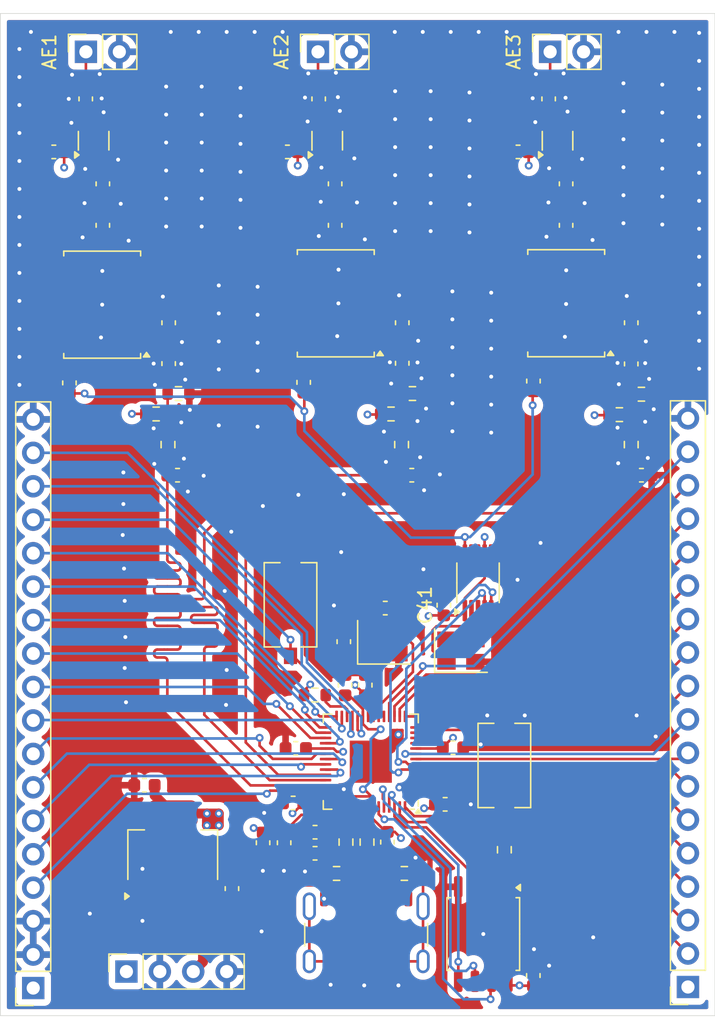
<source format=kicad_pcb>
(kicad_pcb (version 20241229) (generator "pcbnew") (generator_version "9.0")
  (layers (0 "F.Cu" signal) (4 "In1.Cu" signal "In1.GND.Cu") (6 "In2.Cu" signal "In2.Vcc.Cu") (2 "B.Cu" signal) (13 "F.Paste" user) (15 "B.Paste" user) (5 "F.SilkS" user "F.Silkscreen") (7 "B.SilkS" user "B.Silkscreen") (1 "F.Mask" user) (3 "B.Mask" user) (25 "Edge.Cuts" user))
  (net 0 "")
  (net 1 "Net-(AE1-A)")
  (net 2 "Net-(AE2-A)")
  (net 3 "Net-(AE3-A)")
  (net 4 "Earth")
  (net 5 "+3V3")
  (net 6 "Net-(C4-Pad2)")
  (net 7 "Net-(C5-Pad2)")
  (net 8 "Net-(C6-Pad2)")
  (net 9 "Net-(C7-Pad1)")
  (net 10 "Net-(C10-Pad1)")
  (net 11 "Net-(C8-Pad1)")
  (net 12 "Net-(C11-Pad1)")
  (net 13 "Net-(C9-Pad1)")
  (net 14 "Net-(C12-Pad1)")
  (net 15 "Net-(U2-RF)")
  (net 16 "Net-(U5-RF)")
  (net 17 "Net-(U7-RF)")
  (net 18 "Net-(U2-IF)")
  (net 19 "Net-(C15-Pad2)")
  (net 20 "Net-(U2-LO)")
  (net 21 "/MX_LO")
  (net 22 "Net-(U5-LO)")
  (net 23 "Net-(C18-Pad2)")
  (net 24 "Net-(U5-IF)")
  (net 25 "Net-(C19-Pad2)")
  (net 26 "/GPIO26_ADC0")
  (net 27 "Net-(C21-Pad2)")
  (net 28 "/GPIO27_ADC1")
  (net 29 "Net-(U7-LO)")
  (net 30 "Net-(U7-IF)")
  (net 31 "Net-(C24-Pad2)")
  (net 32 "Net-(C25-Pad2)")
  (net 33 "/GPIO28_ADC2")
  (net 34 "/XIN")
  (net 35 "/XOUT")
  (net 36 "+5V")
  (net 37 "Net-(J1-SHIELD)")
  (net 38 "/USB_DM")
  (net 39 "/USB_DP")
  (net 40 "Net-(J1-CC2)")
  (net 41 "Net-(J1-CC1)")
  (net 42 "/GPIO13")
  (net 43 "/GPIO1")
  (net 44 "/GPIO3")
  (net 45 "/GPIO0")
  (net 46 "/GPIO14")
  (net 47 "/SDA")
  (net 48 "/GPIO6")
  (net 49 "/GPIO11")
  (net 50 "/GPIO10")
  (net 51 "/GPIO12")
  (net 52 "/SCL")
  (net 53 "/GPIO2")
  (net 54 "/GPIO8")
  (net 55 "/GPIO9")
  (net 56 "/GPIO7")
  (net 57 "/GPIO15")
  (net 58 "/GPIO19")
  (net 59 "/GPIO21")
  (net 60 "/GPIO24")
  (net 61 "/GPIO17")
  (net 62 "/GPIO23")
  (net 63 "/GPIO20")
  (net 64 "/GPIO29_ADC3")
  (net 65 "/GPIO25")
  (net 66 "/SWD")
  (net 67 "/SWCLK")
  (net 68 "/GPIO18")
  (net 69 "/RUN")
  (net 70 "/GPIO16")
  (net 71 "/GPIO22")
  (net 72 "Net-(U1-USB_DP)")
  (net 73 "Net-(U1-USB_DM)")
  (net 74 "Net-(R14-Pad1)")
  (net 75 "/QSPI_SS")
  (net 76 "/QSPI_SD3")
  (net 77 "/QSPI_SCLK")
  (net 78 "/QSPI_SD1")
  (net 79 "/QSPI_SD0")
  (net 80 "/QSPI_SD2")
  (net 81 "/TESTEN")
  (net 84 "/XB")
  (net 85 "/XA")
  (net 86 "+1V1")
  (footprint "Connector_PinSocket_2.54mm:PinSocket_1x02_P2.54mm_Vertical" (layer "F.Cu") (at 167.6775 56.36 90)
    (property "Reference" "AE3")
    (property "Value" "Antenna 3")
  )
  (footprint "Capacitor_SMD:C_0603_1608Metric" (layer "F.Cu") (at 165.24 63.96 180)
    (property "Reference" "C3" (hide yes))
    (property "Value" "470pF")
  )
  (footprint "Crystal:Crystal_SMD_Abracon_ABM8G-4Pin_3.2x2.5mm" (layer "F.Cu") (at 155.05 101.2)
    (property "Reference" "Y3" (hide yes))
    (property "Value" "12 MHz ABM8-272-T3")
  )
  (footprint "Capacitor_SMD:C_0603_1608Metric" (layer "F.Cu") (at 159.6 98.378833 90)
    (property "Reference" "C41")
    (property "Value" "100nF")
  )
  (footprint "Connector_PinSocket_2.54mm:PinSocket_1x02_P2.54mm_Vertical" (layer "F.Cu") (at 132.4025 56.36 90)
    (property "Reference" "AE1")
    (property "Value" "Antenna 1")
  )
  (footprint "RF_Mini-Circuits:Mini-Circuits_CD636_H4.11mm" (layer "F.Cu") (at 151.39 75.46 180)
    (property "Reference" "U5" (hide yes))
    (property "Value" "ADE-1+")
  )
  (footprint "Capacitor_SMD:C_0603_1608Metric" (layer "F.Cu") (at 160.3 109.2 180)
    (property "Reference" "C27" (hide yes))
    (property "Value" "100nF")
  )
  (footprint "Resistor_SMD:R_0603_1608Metric" (layer "F.Cu") (at 156.39 86.185 90)
    (property "Reference" "R5" (hide yes))
    (property "Value" "3.3k")
  )
  (footprint "Crystal:Crystal_SMD_Abracon_ABM8G-4Pin_3.2x2.5mm" (layer "F.Cu") (at 160.9 101.828833)
    (property "Reference" "Y4" (hide yes))
    (property "Value" "ABM8G-25.000MHZ-4Y-T3")
  )
  (footprint "Capacitor_SMD:C_0603_1608Metric" (layer "F.Cu") (at 159.7 113.5 180)
    (property "Reference" "C14" (hide yes))
    (property "Value" "100nF")
  )
  (footprint "Capacitor_SMD:C_0603_1608Metric" (layer "F.Cu") (at 156.44 76.935 -90)
    (property "Reference" "C18" (hide yes))
    (property "Value" "100pF")
  )
  (footprint "Capacitor_SMD:C_0603_1608Metric" (layer "F.Cu") (at 131.15 81.5 90)
    (property "Reference" "C16" (hide yes))
    (property "Value" "100pF")
  )
  (footprint "Capacitor_SMD:C_0603_1608Metric" (layer "F.Cu") (at 157.165 88.51)
    (property "Reference" "C22" (hide yes))
    (property "Value" "1nF")
  )
  (footprint "Resistor_SMD:R_0603_1608Metric" (layer "F.Cu") (at 174.615 82.36)
    (property "Reference" "R9" (hide yes))
    (property "Value" "10k")
  )
  (footprint "Capacitor_SMD:C_0603_1608Metric" (layer "F.Cu") (at 143.5 119.9 90)
    (property "Reference" "C40" (hide yes))
    (property "Value" "22uF")
  )
  (footprint "Package_TO_SOT_SMD:SOT-363_SC-70-6" (layer "F.Cu") (at 168.24 63.11 90)
    (property "Reference" "U6" (hide yes))
    (property "Value" "BGA2803")
  )
  (footprint "Capacitor_SMD:C_0603_1608Metric" (layer "F.Cu") (at 148.95 81.46 90)
    (property "Reference" "C17" (hide yes))
    (property "Value" "100pF")
  )
  (footprint "Package_TO_SOT_SMD:SOT-363_SC-70-6" (layer "F.Cu") (at 150.74 63.11 90)
    (property "Reference" "U4" (hide yes))
    (property "Value" "BGA2803")
  )
  (footprint "Capacitor_SMD:C_0603_1608Metric" (layer "F.Cu") (at 168.89 66.385 -90)
    (property "Reference" "C9" (hide yes))
    (property "Value" "56pF")
  )
  (footprint "Resistor_SMD:R_0603_1608Metric" (layer "F.Cu") (at 172.94 83.91 180)
    (property "Reference" "R7" (hide yes))
    (property "Value" "10k")
  )
  (footprint "Capacitor_SMD:C_0603_1608Metric" (layer "F.Cu") (at 151.34 66.385 -90)
    (property "Reference" "C8" (hide yes))
    (property "Value" "56pF")
  )
  (footprint "Connector_USB:USB_C_Receptacle_GCT_USB4105-xx-A_16P_TopMnt_Horizontal" (layer "F.Cu") (at 153.7 124.35)
    (property "Reference" "J1" (hide yes))
    (property "Value" "USB 4105")
  )
  (footprint "Resistor_SMD:R_0603_1608Metric" (layer "F.Cu") (at 152.164488 116.368698 -90)
    (property "Reference" "R11" (hide yes))
    (property "Value" "27.4")
  )
  (footprint "Resistor_SMD:R_0603_1608Metric" (layer "F.Cu") (at 153.764488 116.368698 90)
    (property "Reference" "R10" (hide yes))
    (property "Value" "27.4")
  )
  (footprint "Capacitor_SMD:C_0603_1608Metric" (layer "F.Cu") (at 149.814488 115.618698)
    (property "Reference" "C33" (hide yes))
    (property "Value" "100nF")
  )
  (footprint "Capacitor_SMD:C_0603_1608Metric" (layer "F.Cu") (at 152 101.15 -90)
    (property "Reference" "C38" (hide yes))
    (property "Value" "15pF")
  )
  (footprint "Capacitor_SMD:C_0603_1608Metric" (layer "F.Cu") (at 166.4 126.5 90)
    (property "Reference" "C36" (hide yes))
    (property "Value" "100nF")
  )
  (footprint "Capacitor_SMD:C_0603_1608Metric" (layer "F.Cu") (at 133.69 69.535 -90)
    (property "Reference" "C10" (hide yes))
    (property "Value" "100pF")
  )
  (footprint "Connector_PinSocket_2.54mm:PinSocket_1x18_P2.54mm_Vertical" (layer "F.Cu") (at 128.4 127.45 180)
    (property "Reference" "J3" (hide yes))
    (property "Value" "GPIO")
  )
  (footprint "Capacitor_SMD:C_0603_1608Metric" (layer "F.Cu") (at 168.89 69.535 -90)
    (property "Reference" "C12" (hide yes))
    (property "Value" "100pF")
  )
  (footprint "Capacitor_SMD:C_0603_1608Metric" (layer "F.Cu") (at 151.34 69.535 -90)
    (property "Reference" "C11" (hide yes))
    (property "Value" "100pF")
  )
  (footprint "Resistor_SMD:R_0603_1608Metric" (layer "F.Cu") (at 138.64 86.185 90)
    (property "Reference" "R3" (hide yes))
    (property "Value" "3.3k")
  )
  (footprint "Capacitor_SMD:C_0603_1608Metric" (layer "F.Cu") (at 156.44 80.01 -90)
    (property "Reference" "C21" (hide yes))
    (property "Value" "1uF")
  )
  (footprint "Package_SO:MSOP-10_3x3mm_P0.5mm" (layer "F.Cu") (at 162.2 96.678833 90)
    (property "Reference" "Y1" (hide yes))
    (property "Value" "Si5351A-B-GT")
  )
  (footprint "Capacitor_SMD:C_0603_1608Metric" (layer "F.Cu") (at 155.15 98.6)
    (property "Reference" "C37" (hide yes))
    (property "Value" "15pF")
  )
  (footprint "Capacitor_SMD:C_0603_1608Metric" (layer "F.Cu") (at 152.1 104.45 -90)
    (property "Reference" "C34" (hide yes))
    (property "Value" "100nF")
  )
  (footprint "Capacitor_SMD:C_0603_1608Metric" (layer "F.Cu") (at 153.629652 104.45 -90)
    (property "Reference" "C28" (hide yes))
    (property "Value" "100nF")
  )
  (footprint "Package_TO_SOT_SMD:SOT-363_SC-70-6" (layer "F.Cu") (at 132.99 63.11 90)
    (property "Reference" "U3" (hide yes))
    (property "Value" "BGA2803")
  )
  (footprint "Capacitor_SMD:C_0603_1608Metric" (layer "F.Cu") (at 139.365 88.51)
    (property "Reference" "C20" (hide yes))
    (property "Value" "1nF")
  )
  (footprint "Resistor_SMD:R_0603_1608Metric" (layer "F.Cu") (at 151.45 118.75 180)
    (property "Reference" "R12" (hide yes))
    (property "Value" "5k1")
  )
  (footprint "Button_Switch_SMD:SW_Tactile_SPST_NO_Straight_CK_PTS636Sx25SMTRLFS" (layer "F.Cu") (at 164.2 110.55 -90)
    (property "Reference" "SW1" (hide yes))
    (property "Value" "BOOTSEL")
  )
  (footprint "Package_TO_SOT_SMD:SOT-223-3_TabPin2" (layer "F.Cu") (at 139 117.35 90)
    (property "Reference" "U9" (hide yes))
    (property "Value" "AMS1117-3.3")
  )
  (footprint "Capacitor_SMD:C_0603_1608Metric" (layer "F.Cu") (at 174.615 88.51)
    (property "Reference" "C26" (hide yes))
    (property "Value" "1nF")
  )
  (footprint "Resistor_SMD:R_0603_1608Metric" (layer "F.Cu") (at 149.8 105.2)
    (property "Reference" "R15" (hide yes))
    (property "Value" "10k")
  )
  (footprint "Capacitor_SMD:C_0603_1608Metric" (layer "F.Cu") (at 155.314488 116.368698 90)
    (property "Reference" "C32" (hide yes))
    (property "Value" "100nF")
  )
  (footprint "Capacitor_SMD:C_0603_1608Metric" (layer "F.Cu") (at 138.69 76.935 -90)
    (property "Reference" "C15" (hide yes))
    (property "Value" "100pF")
  )
  (footprint "Capacitor_SMD:C_0603_1608Metric" (layer "F.Cu") (at 129.965 63.96 180)
    (property "Reference" "C1" (hide yes))
    (property "Value" "470pF")
  )
  (footprint "RF_Mini-Circuits:Mini-Circuits_CD636_H4.11mm" (layer "F.Cu") (at 168.9 75.45 180)
    (property "Reference" "U7" (hide yes))
    (property "Value" "ADE-1+")
  )
  (footprint "Resistor_SMD:R_0603_1608Metric" (layer "F.Cu") (at 156.6 118.75)
    (property "Reference" "R13" (hide yes))
    (property "Value" "5k1")
  )
  (footprint "Resistor_SMD:R_0603_1608Metric" (layer "F.Cu") (at 137.74 83.86 180)
    (property "Reference" "R2" (hide yes))
    (property "Value" "10k")
  )
  (footprint "Connector_PinSocket_2.54mm:PinSocket_1x18_P2.54mm_Vertical" (layer "F.Cu") (at 178.15 127.37 180)
    (property "Reference" "J2" (hide yes))
    (property "Value" "GPIO")
  )
  (footprint "Connector_PinSocket_2.54mm:PinSocket_1x02_P2.54mm_Vertical" (layer "F.Cu") (at 150.04 56.36 90)
    (property "Reference" "AE2")
    (property "Value" "Antenna 2")
  )
  (footprint "Resistor_SMD:R_0201_0603Metric" (layer "F.Cu") (at 158.55 118.8 90)
    (property "Reference" "FB1" (hide yes))
    (property "Value" "BLM18AG601SN1D")
  )
  (footprint "Capacitor_SMD:C_0603_1608Metric" (layer "F.Cu") (at 148.35 109.25)
    (property "Reference" "C29" (hide yes))
    (property "Value" "100nF")
  )
  (footprint "Package_DFN_QFN:QFN-56-1EP_7x7mm_P0.4mm_EP3.2x3.2mm" (layer "F.Cu") (at 154.05 110.2625 180)
    (property "Reference" "U1" (hide yes))
    (property "Value" "RP2040")
  )
  (footprint "Capacitor_SMD:C_0603_1608Metric" (layer "F.Cu") (at 148.15 113.4)
    (property "Reference" "C30" (hide yes))
    (property "Value" "100nF")
  )
  (footprint "Capacitor_SMD:C_0603_1608Metric" (layer "F.Cu") (at 150.09 59.935 -90)
    (property "Reference" "C5" (hide yes))
    (property "Value" "56pF")
  )
  (footprint "RF_Mini-Circuits:Mini-Circuits_CD636_H4.11mm" (layer "F.Cu") (at 133.64 75.56 180)
    (property "Reference" "U2" (hide yes))
    (property "Value" "ADE-1+")
  )
  (footprint "Resistor_SMD:R_0603_1608Metric" (layer "F.Cu") (at 173.84 86.185 90)
    (property "Reference" "R8" (hide yes))
    (property "Value" "3.3k")
  )
  (footprint "Package_SO:SOIC-8_5.3x5.3mm_P1.27mm" (layer "F.Cu") (at 162.6 123.35 -90)
    (property "Reference" "U8" (hide yes))
    (property "Value" "W25Q128JVS")
  )
  (footprint "Capacitor_SMD:C_0603_1608Metric" (layer "F.Cu") (at 166.41 81.36 90)
    (property "Reference" "C23" (hide yes))
    (property "Value" "100pF")
  )
  (footprint "Capacitor_SMD:C_0603_1608Metric" (layer "F.Cu") (at 145.864488 116.418698 -90)
    (property "Reference" "C13" (hide yes))
    (property "Value" "1uF")
  )
  (footprint "Resistor_SMD:R_0603_1608Metric" (layer "F.Cu") (at 139.44 82.31)
    (property "Reference" "R1" (hide yes))
    (property "Value" "10k")
  )
  (footprint "Button_Switch_SMD:SW_Tactile_SPST_NO_Straight_CK_PTS636Sx25SMTRLFS" (layer "F.Cu") (at 147.95 98.35 -90)
    (property "Reference" "SW2" (hide yes))
    (property "Value" "RESET")
  )
  (footprint "Resistor_SMD:R_0603_1608Metric" (layer "F.Cu") (at 164.2 116.95 -90)
    (property "Reference" "R14" (hide yes))
    (property "Value" "1k")
  )
  (footprint "Capacitor_SMD:C_0603_1608Metric" (layer "F.Cu") (at 167.565 59.935 -90)
    (property "Reference" "C6" (hide yes))
    (property "Value" "56pF")
  )
  (footprint "Capacitor_SMD:C_0603_1608Metric" (layer "F.Cu") (at 173.84 80.06 -90)
    (property "Reference" "C25" (hide yes))
    (property "Value" "1uF")
  )
  (footprint "Capacitor_SMD:C_0603_1608Metric" (layer "F.Cu") (at 147.464488 116.418698 90)
    (property "Reference" "C31" (hide yes))
    (property "Value" "100nF")
  )
  (footprint "Resistor_SMD:R_0603_1608Metric" (layer "F.Cu") (at 155.59 83.86 180)
    (property "Reference" "R4" (hide yes))
    (property "Value" "10k")
  )
  (footprint "Capacitor_SMD:C_0603_1608Metric" (layer "F.Cu") (at 133.69 66.385 -90)
    (property "Reference" "C7" (hide yes))
    (property "Value" "56pF")
  )
  (footprint "Capacitor_SMD:C_0603_1608Metric" (layer "F.Cu") (at 173.84 76.935 -90)
    (property "Reference" "C24" (hide yes))
    (property "Value" "100pF")
  )
  (footprint "Capacitor_SMD:C_0603_1608Metric" (layer "F.Cu") (at 147.715 63.96 180)
    (property "Reference" "C2" (hide yes))
    (property "Value" "470pF")
  )
  (footprint "Capacitor_SMD:C_0603_1608Metric" (layer "F.Cu") (at 132.39 59.935 -90)
    (property "Reference" "C4" (hide yes))
    (property "Value" "56pF")
  )
  (footprint "Resistor_SMD:R_0603_1608Metric" (layer "F.Cu") (at 157.215 82.31)
    (property "Reference" "R6" (hide yes))
    (property "Value" "10k")
  )
  (footprint "Capacitor_SMD:C_0603_1608Metric" (layer "F.Cu") (at 136.85 112.05 180)
    (property "Reference" "C39" (hide yes))
    (property "Value" "22uF")
  )
  (footprint "Capacitor_SMD:C_0603_1608Metric" (layer "F.Cu") (at 149.814488 117.218698 180)
    (property "Reference" "C35" (hide yes))
    (property "Value" "1uF")
  )
  (footprint "Connector_PinSocket_2.54mm:PinSocket_1x04_P2.54mm_Vertical" (layer "F.Cu") (at 135.48 126.2 90)
    (property "Reference" "J4" (hide yes))
    (property "Value" "Power")
  )
  (footprint "Capacitor_SMD:C_0603_1608Metric" (layer "F.Cu") (at 138.69 80.035 -90)
    (property "Reference" "C19" (hide yes))
    (property "Value" "1uF")
  )
  (gr_rect (start 125.9 53.45) (end 180.2 129.55) (stroke (width 0.05)) (fill no) (layer "Edge.Cuts"))
  (segment (start 132.4025 59.1475) (end 132.39 59.16) (width 0.2) (layer "F.Cu") (net 1))
  (segment (start 132.4025 56.36) (end 132.4025 59.1475) (width 0.2) (layer "F.Cu") (net 1))
  (segment (start 150.04 56.36) (end 150.04 59.11) (width 0.2) (layer "F.Cu") (net 2))
  (segment (start 150.04 59.11) (end 150.09 59.16) (width 0.2) (layer "F.Cu") (net 2))
  (segment (start 167.6775 56.36) (end 167.6775 59.0475) (width 0.2) (layer "F.Cu") (net 3))
  (segment (start 167.6775 59.0475) (end 167.565 59.16) (width 0.2) (layer "F.Cu") (net 3))
  (segment (start 150.74 62.16) (end 151.39 62.16) (width 0.2) (layer "F.Cu") (net 4))
  (segment (start 168.24 62.16) (end 168.89 62.16) (width 0.2) (layer "F.Cu") (net 4))
  (segment (start 154.35 100.35) (end 153.95 100.35) (width 0.2) (layer "F.Cu") (net 4))
  (segment (start 147.375 113.4) (end 146.7 113.4) (width 0.2) (layer "F.Cu") (net 4))
  (segment (start 162 102.678833) (end 161.9 102.678833) (width 0.2) (layer "F.Cu") (net 4))
  (segment (start 156.05 102.05) (end 154.35 100.35) (width 0.2) (layer "F.Cu") (net 4))
  (segment (start 156.15 102.05) (end 156.05 102.05) (width 0.2) (layer "F.Cu") (net 4))
  (segment (start 157 120.57) (end 156.9 120.67) (width 0.2) (layer "F.Cu") (net 4))
  (segment (start 161.9 102.678833) (end 160.2 100.978833) (width 0.2) (layer "F.Cu") (net 4))
  (segment (start 160.2 100.978833) (end 159.8 100.978833) (width 0.2) (layer "F.Cu") (net 4))
  (segment (start 132.99 62.16) (end 132.99 64.06) (width 0.2) (layer "F.Cu") (net 4))
  (segment (start 132.99 62.16) (end 133.64 62.16) (width 0.2) (layer "F.Cu") (net 4))
  (segment (start 157.425 118.75) (end 157 119.175) (width 0.2) (layer "F.Cu") (net 4))
  (segment (start 157 119.175) (end 157 120.57) (width 0.2) (layer "F.Cu") (net 4))
  (segment (start 168.24 64.06) (end 168.24 62.16) (width 0.2) (layer "F.Cu") (net 4))
  (segment (start 153.629652 103.675) (end 152.1 103.675) (width 0.2) (layer "F.Cu") (net 4))
  (segment (start 150.74 62.16) (end 150.74 64.06) (width 0.2) (layer "F.Cu") (net 4))
  (segment (start 162.2 94.566333) (end 162.2 95.430681) (width 0.2) (layer "F.Cu") (net 4))
  (segment (start 162.2 95.430681) (end 160.026848 97.603833) (width 0.2) (layer "F.Cu") (net 4))
  (segment (start 146.7 113.4) (end 145.95 114.15) (width 0.2) (layer "F.Cu") (net 4))
  (segment (start 160.026848 97.603833) (end 159.6 97.603833) (width 0.2) (layer "F.Cu") (net 4))
  (via (at 170.3 67.85) (size 0.6) (drill 0.3) (layers "F.Cu" "B.Cu") (net 4))
  (via (at 152 112.35) (size 0.6) (drill 0.3) (layers "F.Cu" "B.Cu") (net 4))
  (via (at 179 78.3) (size 0.6) (drill 0.3) (layers "F.Cu" "B.Cu") (net 4))
  (via (at 167.55 67.8) (size 0.6) (drill 0.3) (layers "F.Cu" "B.Cu") (net 4))
  (via (at 168.7 58) (size 0.6) (drill 0.3) (layers "F.Cu" "B.Cu") (net 4))
  (via (at 145.225 54.85) (size 0.6) (drill 0.3) (layers "F.Cu" "B.Cu") (net 4))
  (via (at 163.2 85.275) (size 0.6) (drill 0.3) (layers "F.Cu" "B.Cu") (net 4))
  (via (at 151.5 77.95) (size 0.6) (drill 0.3) (layers "F.Cu" "B.Cu") (net 4))
  (via (at 145.45 80.575) (size 0.6) (drill 0.3) (layers "F.Cu" "B.Cu") (net 4))
  (via (at 132.7 121.8) (size 0.6) (drill 0.3) (layers "F.Cu" "B.Cu") (net 4))
  (via (at 127.35 68.9) (size 0.6) (drill 0.3) (layers "F.Cu" "B.Cu") (net 4))
  (via (at 145.75 123.15) (size 0.6) (drill 0.3) (layers "F.Cu" "B.Cu") (net 4))
  (via (at 147.45 118.55) (size 0.6) (drill 0.3) (layers "F.Cu" "B.Cu") (net 4))
  (via (at 175.7 108.35) (size 0.6) (drill 0.3) (layers "F.Cu" "B.Cu") (net 4))
  (via (at 144.15 65.475) (size 0.6) (drill 0.3) (layers "F.Cu" "B.Cu") (net 4))
  (via (at 143.1 54.85) (size 0.6) (drill 0.3) (layers "F.Cu" "B.Cu") (net 4))
  (via (at 177.125 54.85) (size 0.6) (drill 0.3) (layers "F.Cu" "B.Cu") (net 4))
  (via (at 155.9 67.85) (size 0.6) (drill 0.3) (layers "F.Cu" "B.Cu") (net 4))
  (via (at 144.15 61.225) (size 0.6) (drill 0.3) (layers "F.Cu" "B.Cu") (net 4))
  (via (at 176.2 63.1) (size 0.6) (drill 0.3) (layers "F.Cu" "B.Cu") (net 4))
  (via (at 165.75 106.75) (size 0.6) (drill 0.3) (layers "F.Cu" "B.Cu") (net 4))
  (via (at 175 54.85) (size 0.6) (drill 0.3) (layers "F.Cu" "B.Cu") (net 4))
  (via (at 140.3 83.55) (size 0.6) (drill 0.3) (layers "F.Cu" "B.Cu") (net 4))
  (via (at 132.3 67.85) (size 0.6) (drill 0.3) (layers "F.Cu" "B.Cu") (net 4))
  (via (at 127.35 77.4) (size 0.6) (drill 0.3) (layers "F.Cu" "B.Cu") (net 4))
  (via (at 151.55 59.8) (size 0.6) (drill 0.3) (layers "F.Cu" "B.Cu") (net 4))
  (via (at 173.25 69.375) (size 0.6) (drill 0.3) (layers "F.Cu" "B.Cu") (net 4))
  (via (at 151.6 72.9) (size 0.6) (drill 0.3) (layers "F.Cu" "B.Cu") (net 4))
  (via (at 167.6 125.75) (size 0.6) (drill 0.3) (layers "F.Cu" "B.Cu") (net 4))
  (via (at 131.1 59.935) (size 0.6) (drill 0.3) (layers "F.Cu" "B.Cu") (net 4))
  (via (at 149.05 118.6) (size 0.6) (drill 0.3) (layers "F.Cu" "B.Cu") (net 4))
  (via (at 172.875 54.85) (size 0.6) (drill 0.3) (layers "F.Cu" "B.Cu") (net 4))
  (via (at 158.6 59.35) (size 0.6) (drill 0.3) (layers "F.Cu" "B.Cu") (net 4))
  (via (at 151 127.2) (size 0.6) (drill 0.3) (layers "F.Cu" "B.Cu") (net 4))
  (via (at 165.2 96.45) (size 0.6) (drill 0.3) (layers "F.Cu" "B.Cu") (net 4))
  (via (at 174.9 84.45) (size 0.6) (drill 0.3) (layers "F.Cu" "B.Cu") (net 4))
  (via (at 170.95 123.6) (size 0.6) (drill 0.3) (layers "F.Cu" "B.Cu") (net 4))
  (via (at 155.05 85.2) (size 0.6) (drill 0.3) (layers "F.Cu" "B.Cu") (net 4))
  (via (at 176.2 58.85) (size 0.6) (drill 0.3) (layers "F.Cu" "B.Cu") (net 4))
  (via (at 158.6 69.975) (size 0.6) (drill 0.3) (layers "F.Cu" "B.Cu") (net 4))
  (via (at 179 57.05) (size 0.6) (drill 0.3) (layers "F.Cu" "B.Cu") (net 4))
  (via (at 172.8 79.985) (size 0.6) (drill 0.3) (layers "F.Cu" "B.Cu") (net 4))
  (via (at 151.8 94.35) (size 0.6) (drill 0.3) (layers "F.Cu" "B.Cu") (net 4))
  (via (at 151.25 98.4) (size 0.6) (drill 0.3) (layers "F.Cu" "B.Cu") (net 4))
  (via (at 140.975 54.85) (size 0.6) (drill 0.3) (layers "F.Cu" "B.Cu") (net 4))
  (via (at 158.1 89.65) (size 0.6) (drill 0.3) (layers "F.Cu" "B.Cu") (net 4))
  (via (at 158.05 95.65) (size 0.6) (drill 0.3) (layers "F.Cu" "B.Cu") (net 4))
  (via (at 179 76.175) (size 0.6) (drill 0.3) (layers "F.Cu" "B.Cu") (net 4))
  (via (at 142.5 74.1) (size 0.6) (drill 0.3) (layers "F.Cu" "B.Cu") (net 4))
  (via (at 141.2 67.5) (size 0.6) (drill 0.3) (layers "F.Cu" "B.Cu") (net 4))
  (via (at 145.95 114.15) (size 0.6) (drill 0.3) (layers "F.Cu" "B.Cu") (net 4))
  (via (at 159.3 88.45) (size 0.6) (drill 0.3) (layers "F.Cu" "B.Cu") (net 4))
  (via (at 131.35 58.1) (size 0.6) (drill 0.3) (layers "F.Cu" "B.Cu") (net 4))
  (via (at 142.5 78.35) (size 0.6) (drill 0.3) (layers "F.Cu" "B.Cu") (net 4))
  (via (at 172.8 84.9) (size 0.6) (drill 0.3) (layers "F.Cu" "B.Cu") (net 4))
  (via (at 140.15 89.75) (size 0.6) (drill 0.3) (layers "F.Cu" "B.Cu") (net 4))
  (via (at 174.95 78.35) (size 0.6) (drill 0.3) (layers "F.Cu" "B.Cu") (net 4))
  (via (at 143.45 92.8) (size 0.6) (drill 0.3) (layers "F.Cu" "B.Cu") (net 4))
  (via (at 127.35 64.65) (size 0.6) (drill 0.3) (layers "F.Cu" "B.Cu") (net 4))
  (via (at 127.35 81.65) (size 0.6) (drill 0.3) (layers "F.Cu" "B.Cu") (net 4))
  (via (at 155.6 81.55) (size 0.6) (drill 0.3) (layers "F.Cu" "B.Cu") (net 4))
  (via (at 144.15 67.6) (size 0.6) (drill 0.3) (layers "F.Cu" "B.Cu") (net 4))
  (via (at 166.55 61.7) (size 0.6) (drill 0.3) (layers "F.Cu" "B.Cu") (net 4))
  (via (at 175.55 83.5) (size 0.6) (drill 0.3) (layers "F.Cu" "B.Cu") (net 4))
  (via (at 145.85 118.55) (size 0.6) (drill 0.3) (layers "F.Cu" "B.Cu") (net 4))
  (via (at 141.2 65.375) (size 0.6) (drill 0.3) (layers "F.Cu" "B.Cu") (net 4))
  (via (at 141.2 63.25) (size 0.6) (drill 0.3) (layers "F.Cu" "B.Cu") (net 4))
  (via (at 136.7 118.4) (size 0.6) (drill 0.3) (layers "F.Cu" "B.Cu") (net 4))
  (via (at 162.25 54.85) (size 0.6) (drill 0.3) (layers "F.Cu" "B.Cu") (net 4))
  (via (at 138.85 54.85) (size 0.6) (drill 0.3) (layers "F.Cu" "B.Cu") (net 4))
  (via (at 163.2 76.775) (size 0.6) (drill 0.3) (layers "F.Cu" "B.Cu") (net 4))
  (via (at 166.35 59.885) (size 0.6) (drill 0.3) (layers "F.Cu" "B.Cu") (net 4))
  (via (at 163.2 78.9) (size 0.6) (drill 0.3) (layers "F.Cu" "B.Cu") (net 4))
  (via (at 135.05 67.9) (size 0.6) (drill 0.3) (layers "F.Cu" "B.Cu") (net 4))
  (via (at 166.6 58.05) (size 0.6) (drill 0.3) (layers "F.Cu" "B.Cu") (net 4))
  (via (at 139.85 87.25) (size 0.6) (drill 0.3) (layers "F.Cu" "B.Cu") (net 4))
  (via (at 141.35 88.55) (size 0.6) (drill 0.3) (layers "F.Cu" "B.Cu") (net 4))
  (via (at 155.2 87.5) (size 0.6) (drill 0.3) (layers "F.Cu" "B.Cu") (net 4))
  (via (at 135.35 103.15) (size 0.6) (drill 0.3) (layers "F.Cu" "B.Cu") (net 4))
  (via (at 155.9 61.475) (size 0.6) (drill 0.3) (layers "F.Cu" "B.Cu") (net 4))
  (via (at 131.3 61.75) (size 0.6) (drill 0.3) (layers "F.Cu" "B.Cu") (net 4))
  (via (at 135.35 98.05) (size 0.6) (drill 0.3) (layers "F.Cu" "B.Cu") (net 4))
  (via (at 127.35 56.15) (size 0.6) (drill 0.3) (layers "F.Cu" "B.Cu") (net 4))
  (via (at 141.2 69.625) (size 0.6) (drill 0.3) (layers "F.Cu" "B.Cu") (net 4))
  (via (at 157.6 79.95) (size 0.6) (drill 0.3) (layers "F.Cu" "B.Cu") (net 4))
  (via (at 133.64 75.56) (size 0.6) (drill 0.3) (layers "F.Cu" "B.Cu") (net 4))
  (via (at 142.5 84.725) (size 0.6) (drill 0.3) (layers "F.Cu" "B.Cu") (net 4))
  (via (at 162.4 108.95) (size 0.6) (drill 0.3) (layers "F.Cu" "B.Cu") (net 4))
  (via (at 138.5 69.625) (size 0.6) (drill 0.3) (layers "F.Cu" "B.Cu") (net 4))
  (via (at 167.6 65.2) (size 0.6) (drill 0.3) (layers "F.Cu" "B.Cu") (net 4))
  (via (at 145.45 74.2) (size 0.6) (drill 0.3) (layers "F.Cu" "B.Cu") (net 4))
  (via (at 168.85 59.85) (size 0.6) (drill 0.3) (layers "F.Cu" "B.Cu") (net 4))
  (via (at 137.6 87.65) (size 0.6) (drill 0.3) (layers "F.Cu" "B.Cu") (net 4))
  (via (at 133.45 58.05) (size 0.6) (drill 0.3) (layers "F.Cu" "B.Cu") (net 4))
  (via (at 135.25 88.3) (size 0.6) (drill 0.3) (layers "F.Cu" "B.Cu") (net 4))
  (via (at 173.25 60.875) (size 0.6) (drill 0.3) (layers "F.Cu" "B.Cu") (net 4))
  (via (at 127.35 79.525) (size 0.6) (drill 0.3) (layers "F.Cu" "B.Cu") (net 4))
  (via (at 150.25 67.75) (size 0.6) (drill 0.3) (layers "F.Cu" "B.Cu") (net 4))
  (via (at 134.85 64.55) (size 0.6) (drill 0.3) (layers "F.Cu" "B.Cu") (net 4))
  (via (at 149.3 58) (size 0.6) (drill 0.3) (layers "F.Cu" "B.Cu") (net 4))
  (via (at 161.55 63.7) (size 0.6) (drill 0.3) (layers "F.Cu" "B.Cu") (net 4))
  (via (at 168.89 75.51) (size 0.6) (drill 0.3) (layers "F.Cu" "B.Cu") (net 4))
  (via (at 160.25 74.55) (size 0.6) (drill 0.3) (layers "F.Cu" "B.Cu") (net 4))
  (via (at 174.25 106.75) (size 0.6) (drill 0.3) (layers "F.Cu" "B.Cu") (net 4))
  (via (at 179 67.675) (size 0.6) (drill 0.3) (layers "F.Cu" "B.Cu") (net 4))
  (via (at 138.5 65.375) (size 0.6) (drill 0.3) (layers "F.Cu" "B.Cu") (net 4))
  (via (at 149.25 61.65) (size 0.6) (drill 0.3) (layers "F.Cu" "B.Cu") (net 4))
  (via (at 156.15 108.2) (size 0.6) (drill 0.3) (layers "F.Cu" "B.Cu") (net 4))
  (via (at 179 69.8) (size 0.6) (drill 0.3) (layers "F.Cu" "B.Cu") (net 4))
  (via (at 172.9 81.6) (size 0.6) (drill 0.3) (layers "F.Cu" "B.Cu") (net 4))
  (via (at 160.25 83.05) (size 0.6) (drill 0.3) (layers "F.Cu" "B.Cu") (net 4))
  (via (at 135.25 90.7) (size 0.6) (drill 0.3) (layers "F.Cu" "B.Cu") (net 4))
  (via (at 152.8 64.45) (size 0.6) (drill 0.3) (layers "F.Cu" "B.Cu") (net 4))
  (via (at 156.2 74.85) (size 0.6) (drill 0.3) (layers "F.Cu" "B.Cu") (net 4))
  (via (at 161.55 65.825) (size 0.6) (drill 0.3) (layers "F.Cu" "B.Cu") (net 4))
  (via (at 138.5 63.25) (size 0.6) (drill 0.3) (layers "F.Cu" "B.Cu") (net 4))
  (via (at 136.7 122.35) (size 0.6) (drill 0.3) (layers "F.Cu" "B.Cu") (net 4))
  (via (at 133.65 73) (size 0.6) (drill 0.3) (layers "F.Cu" "B.Cu") (net 4))
  (via (at 163.2 74.65) (size 0.6) (drill 0.3) (layers "F.Cu" "B.Cu") (net 4))
  (via (at 137.55 84.95) (size 0.6) (drill 0.3) (layers "F.Cu" "B.Cu") (net 4))
  (via (at 158.6 63.6) (size 0.6) (drill 0.3) (layers "F.Cu" "B.Cu") (net 4))
  (via (at 168.8 78) (size 0.6) (drill 0.3) (layers "F.Cu" "B.Cu") (net 4))
  (via (at 179 63.425) (size 0.6) (drill 0.3) (layers "F.Cu" "B.Cu") (net 4))
  (via (at 153.55 127.25) (size 0.6) (drill 0.3) (layers "F.Cu" "B.Cu") (net 4))
  (via (at 160.125 54.85) (size 0.6) (drill 0.3) (layers "F.Cu" "B.Cu") (net 4))
  (via (at 179 80.425) (size 0.6) (drill 0.3) (layers "F.Cu" "B.Cu") (net 4))
  (via (at 135.65 70.7) (size 0.6) (drill 0.3) (layers "F.Cu" "B.Cu") (net 4))
  (via (at 179 54.925) (size 0.6) (drill 0.3) (layers "F.Cu" "B.Cu") (net 4))
  (via (at 157.8 87.15) (size 0.6) (drill 0.3) (layers "F.Cu" "B.Cu") (net 4))
  (via (at 158.6 67.85) (size 0.6) (drill 0.3) (layers "F.Cu" "B.Cu") (net 4))
  (via (at 173.25 67.25) (size 0.6) (drill 0.3) (layers "F.Cu" "B.Cu") (net 4))
  (via (at 127.35 62.525) (size 0.6) (drill 0.3) (layers "F.Cu" "B.Cu") (net 4))
  (via (at 133.75 60.95) (size 0.6) (drill 0.3) (layers "F.Cu" "B.Cu") (net 4))
  (via (at 150.1 70.35) (size 0.6) (drill 0.3) (layers "F.Cu" "B.Cu") (net 4))
  (via (at 144.15 59.1) (size 0.6) (drill 0.3) (layers "F.Cu" "B.Cu") (net 4))
  (via (at 147.35 54.85) (size 0.6) (drill 0.3) (layers "F.Cu" "B.Cu") (net 4))
  (via (at 143.05 105.95) (size 0.6) (drill 0.3) (layers "F.Cu" "B.Cu") (net 4))
  (via (at 157.6 84.4) (size 0.6) (drill 0.3) (layers "F.Cu" "B.Cu") (net 4))
  (via (at 144.15 63.35) (size 0.6) (drill 0.3) (layers "F.Cu" "B.Cu") (net 4))
  (via (at 160.25 76.675) (size 0.6) (drill 0.3) (layers "F.Cu" "B.Cu") (net 4))
  (via (at 155.9 69.975) (size 0.6) (drill 0.3) (layers "F.Cu" "B.Cu") (net 4))
  (via (at 161.55 59.45) (size 0.6) (drill 0.3) (layers "F.Cu" "B.Cu") (net 4))
  (via (at 179 71.925) (size 0.6) (drill 0.3) (layers "F.Cu" "B.Cu") (net 4))
  (via (at 175.2 81.2) (size 0.6) (drill 0.3) (layers "F.Cu" "B.Cu") (net 4))
  (via (at 155.9 65.725) (size 0.6) (drill 0.3) (layers "F.Cu" "B.Cu") (net 4))
  (via (at 153 67.8) (size 0.6) (drill 0.3) (layers "F.Cu" "B.Cu") (net 4))
  (via (at 164.375 54.85) (size 0.6) (drill 0.3) (layers "F.Cu" "B.Cu") (net 4))
  (via (at 170.1 64.5) (size 0.6) (drill 0.3) (layers "F.Cu" "B.Cu") (net 4))
  (via (at 127.35 71.025) (size 0.6) (drill 0.3) (layers "F.Cu" "B.Cu") (net 4))
  (via (at 179 74.05) (size 0.6) (drill 0.3) (layers "F.Cu" "B.Cu") (net 4))
  (via (at 173.25 63) (size 0.6) (drill 0.3) (layers "F.Cu" "B.Cu") (net 4))
  (via (at 167.4 70.4) (size 0.6) (drill 0.3) (layers "F.Cu" "B.Cu") (net 4))
  (via (at 151.7 60.85) (size 0.6) (drill 0.3) (layers "F.Cu" "B.Cu") (net 4))
  (via (at 155.9 63.6) (size 0.6) (drill 0.3) (layers "F.Cu" "B.Cu") (net 4))
  (via (at 157.65 78.3) (size 0.6) (drill 0.3) (layers "F.Cu" "B.Cu") (net 4))
  (via (at 158.6 65.725) (size 0.6) (drill 0.3) (layers "F.Cu" "B.Cu") (net 4))
  (via (at 145.45 84.825) (size 0.6) (drill 0.3) (layers "F.Cu" "B.Cu") (net 4))
  (via (at 151.59 75.46) (size 0.6) (drill 0.3) (layers "F.Cu" "B.Cu") (net 4))
  (via (at 132.15 70.45) (size 0.6) (drill 0.3) (layers "F.Cu" "B.Cu") (net 4))
  (via (at 142.5 76.225) (size 0.6) (drill 0.3) (layers "F.Cu" "B.Cu") (net 4))
  (via (at 150.3 65.15) (size 0.6) (drill 0.3) (layers "F.Cu" "B.Cu") (net 4))
  (via (at 161.65 113.5) (size 0.6) (drill 0.3) (layers "F.Cu" "B.Cu") (net 4))
  (via (at 139.65 84.5) (size 0.6) (drill 0.3) (layers "F.Cu" "B.Cu") (net 4))
  (via (at 156.15 127.25) (size 0.6) (drill 0.3) (layers "F.Cu" "B.Cu") (net 4))
  (via (at 170.9 70.65) (size 0.6) (drill 0.3) (layers "F.Cu" "B.Cu") (net 4))
  (via (at 175.1 87.2) (size 0.6) (drill 0.3) (layers "F.Cu" "B.Cu") (net 4))
  (via (at 152 89.95) (size 0.6) (drill 0.3) (layers "F.Cu" "B.Cu") (net 4))
  (via (at 138.5 61.125) (size 0.6) (drill 0.3) (layers "F.Cu" "B.Cu") (net 4))
  (via (at 173.25 65.125) (size 0.6) (drill 0.3) (layers "F.Cu" "B.Cu") (net 4))
  (via (at 139.65 80.05) (size 0.6) (drill 0.3) (layers "F.Cu" "B.Cu") (net 4))
  (via (at 176.2 69.475) (size 0.6) (drill 0.3) (layers "F.Cu" "B.Cu") (net 4))
  (via (at 158 54.85) (size 0.6) (drill 0.3) (layers "F.Cu" "B.Cu") (net 4))
  (via (at 135.3 95.6) (size 0.6) (drill 0.3) (layers "F.Cu" "B.Cu") (net 4))
  (via (at 148.55 90) (size 0.6) (drill 0.3) (layers "F.Cu" "B.Cu") (net 4))
  (via (at 166.45 124.5) (size 0.6) (drill 0.3) (layers "F.Cu" "B.Cu") (net 4))
  (via (at 135.4 100.8) (size 0.6) (drill 0.3) (layers "F.Cu" "B.Cu") (net 4))
  (via (at 158.6 61.475) (size 0.6) (drill 0.3) (layers "F.Cu" "B.Cu") (net 4))
  (via (at 157.45 117.55) (size 0.6) (drill 0.3) (layers "F.Cu" "B.Cu") (net 4))
  (via (at 133.55 78.05) (size 0.6) (drill 0.3) (layers "F.Cu" "B.Cu") (net 4))
  (via (at 173.5 74.9) (size 0.6) (drill 0.3) (layers "F.Cu" "B.Cu") (net 4))
  (via (at 179 59.175) (size 0.6) (drill 0.3) (layers "F.Cu" "B.Cu") (net 4))
  (via (at 138.5 59) (size 0.6) (drill 0.3) (layers "F.Cu" "B.Cu") (net 4))
  (via (at 161.55 70.075) (size 0.6) (drill 0.3) (layers "F.Cu" "B.Cu") (net 4))
  (via (at 132.35 65.25) (size 0.6) (drill 0.3) (layers "F.Cu" "B.Cu") (net 4))
  (via (at 160.25 80.925) (size 0.6) (drill 0.3) (layers "F.Cu" "B.Cu") (net 4))
  (via (at 153.6 70.6) (size 0.6) (drill 0.3) (layers "F.Cu" "B.Cu") (net 4))
  (via (at 141.2 59) (size 0.6) (drill 0.3) (layers "F.Cu" "B.Cu") (net 4))
  (via (at 139.7 78.4) (size 0.6) (drill 0.3) (layers "F.Cu" "B.Cu") (net 4))
  (via (at 142.5 80.475) (size 0.6) (drill 0.3) (layers "F.Cu" "B.Cu") (net 4))
  (via (at 155.875 54.85) (size 0.6) (drill 0.3) (layers "F.Cu" "B.Cu") (net 4))
  (via (at 151.4 57.95) (size 0.6) (drill 0.3) (layers "F.Cu" "B.Cu") (net 4))
  (via (at 138.5 67.5) (size 0.6) (drill 0.3) (layers "F.Cu" "B.Cu") (net 4))
  (via (at 150.5 120.67) (size 0.6) (drill 0.3) (layers "F.Cu" "B.Cu") (net 4))
  (via (at 142.95 97.3) (size 0.6) (drill 0.3) (layers "F.Cu" "B.Cu") (net 4))
  (via (at 161.55 61.575) (size 0.6) (drill 0.3) (layers "F.Cu" "B.Cu") (net 4))
  (via (at 127.35 60.4) (size 0.6) (drill 0.3) (layers "F.Cu" "B.Cu") (net 4))
  (via (at 127.35 58.275) (size 0.6) (drill 0.3) (layers "F.Cu" "B.Cu") (net 4))
  (via (at 145.45 76.325) (size 0.6) (drill 0.3) (layers "F.Cu" "B.Cu") (net 4))
  (via (at 157.9 81.15) (size 0.6) (drill 0.3) (layers "F.Cu" "B.Cu") (net 4))
  (via (at 137.55 80.035) (size 0.6) (drill 0.3) (layers "F.Cu" "B.Cu") (net 4))
  (via (at 160.25 85.175) (size 0.6) (drill 0.3) (layers "F.Cu" "B.Cu") (net 4))
  (via (at 138.25 74.95) (size 0.6) (drill 0.3) (layers "F.Cu" "B.Cu") (net 4))
  (via (at 162.6 123.35) (size 0.6) (drill 0.3) (layers "F.Cu" "B.Cu") (net 4))
  (via (at 168.9 72.95) (size 0.6) (drill 0.3) (layers "F.Cu" "B.Cu") (net 4))
  (via (at 156.218812 112.223251) (size 0.6) (drill 0.3) (layers "F.Cu" "B.Cu") (net 4))
  (via (at 141.2 61.125) (size 0.6) (drill 0.3) (layers "F.Cu" "B.Cu") (net 4))
  (via (at 174.9 80) (size 0.6) (drill 0.3) (layers "F.Cu" "B.Cu") (net 4))
  (via (at 149.05 59.835) (size 0.6) (drill 0.3) (layers "F.Cu" "B.Cu") (net 4))
  (via (at 155.5 79.935) (size 0.6) (drill 0.3) (layers "F.Cu" "B.Cu") (net 4))
  (via (at 133.6 59.9) (size 0.6) (drill 0.3) (layers "F.Cu" "B.Cu") (net 4))
  (via (at 127.35 73.15) (size 0.6) (drill 0.3) (layers "F.Cu" "B.Cu") (net 4))
  (via (at 127.35 66.775) (size 0.6) (drill 0.3) (layers "F.Cu" "B.Cu") (net 4))
  (via (at 169 60.9) (size 0.6) (drill 0.3) (layers "F.Cu" "B.Cu") (net 4))
  (via (at 127.35 75.275) (size 0.6) (drill 0.3) (layers "F.Cu" "B.Cu") (net 4))
  (via (at 145.45 78.45) (size 0.6) (drill 0.3) (layers "F.Cu" "B.Cu") (net 4))
  (via (at 144.15 69.725) (size 0.6) (drill 0.3) (layers "F.Cu" "B.Cu") (net 4))
  (via (at 176.2 65.225) (size 0.6) (drill 0.3) (layers "F.Cu" "B.Cu") (net 4))
  (via (at 173.25 58.75) (size 0.6) (drill 0.3) (layers "F.Cu" "B.Cu") (net 4))
  (via (at 162.9 106.75) (size 0.6) (drill 0.3) (layers "F.Cu" "B.Cu") (net 4))
  (via (at 143.1 103.3) (size 0.6) (drill 0.3) (layers "F.Cu" "B.Cu") (net 4))
  (via (at 128.225 54.85) (size 0.6) (drill 0.3) (layers "F.Cu" "B.Cu") (net 4))
  (via (at 179 65.55) (size 0.6) (drill 0.3) (layers "F.Cu" "B.Cu") (net 4))
  (via (at 160.25 78.8) (size 0.6) (drill 0.3) (layers "F.Cu" "B.Cu") (net 4))
  (via (at 137.65 81.65) (size 0.6) (drill 0.3) (layers "F.Cu" "B.Cu") (net 4))
  (via (at 139.95 81.25) (size 0.6) (drill 0.3) (layers "F.Cu" "B.Cu") (net 4))
  (via (at 158.25 83.45) (size 0.6) (drill 0.3) (layers "F.Cu" "B.Cu") (net 4))
  (via (at 135.45 105.75) (size 0.6) (drill 0.3) (layers "F.Cu" "B.Cu") (net 4))
  (via (at 163.2 81.025) (size 0.6) (drill 0.3) (layers "F.Cu" "B.Cu") (net 4))
  (via (at 172.85 87.6) (size 0.6) (drill 0.3) (layers "F.Cu" "B.Cu") (net 4))
  (via (at 176.2 60.975) (size 0.6) (drill 0.3) (layers "F.Cu" "B.Cu") (net 4))
  (via (at 179 61.3) (size 0.6) (drill 0.3) (layers "F.Cu" "B.Cu") (net 4))
  (via (at 161.55 67.95) (size 0.6) (drill 0.3) (layers "F.Cu" "B.Cu") (net 4))
  (via (at 166.95 93.65) (size 0.6) (drill 0.3) (layers "F.Cu" "B.Cu") (net 4))
  (via (at 176.2 67.35) (size 0.6) (drill 0.3) (layers "F.Cu" "B.Cu") (net 4))
  (via (at 135.2 93.05) (size 0.6) (drill 0.3) (layers "F.Cu" "B.Cu") (net 4))
  (via (at 163.2 83.15) (size 0.6) (drill 0.3) (layers "F.Cu" "B.Cu") (net 4))
  (via (at 145.85 90.85) (size 0.6) (drill 0.3) (layers "F.Cu" "B.Cu") (net 4))
  (via (at 155.9 59.35) (size 0.6) (drill 0.3) (layers "F.Cu" "B.Cu") (net 4))
  (segment (start 153.85 105.575) (end 153.705946 105.430946) (width 0.2) (layer "F.Cu") (net 5))
  (segment (start 142.5 115.1) (end 142.5 114.2) (width 0.75) (layer "F.Cu") (net 5))
  (segment (start 158.1 113.8) (end 158.625 113.8) (width 0.2) (layer "F.Cu") (net 5))
  (segment (start 159.475 109.25) (end 159.025 109.25) (width 0.2) (layer "F.Cu") (net 5))
  (segment (start 147.464488 115.643698) (end 147.75 115.358186) (width 0.2) (layer "F.Cu") (net 5))
  (segment (start 153.629652 105.249062) (end 153.629652 105.225) (width 0.2) (layer "F.Cu") (net 5))
  (segment (start 148.5 63.97) (end 148.49 63.96) (width 0.2) (layer "F.Cu") (net 5))
  (segment (start 158.48856 99.153833) (end 158.442393 99.2) (width 0.2) (layer "F.Cu") (net 5))
  (segment (start 153.705946 105.325356) (end 153.629652 105.249062) (width 0.2) (layer "F.Cu") (net 5))
  (segment (start 160.25 108.45) (end 159.525 109.175) (width 0.2) (layer "F.Cu") (net 5))
  (segment (start 145.864488 115.643698) (end 145.54579 115.325) (width 0.2) (layer "F.Cu") (net 5))
  (segment (start 158.775 113.2) (end 158.775 113.35) (width 0.2) (layer "F.Cu") (net 5))
  (segment (start 153.8 83.9) (end 154.725 83.9) (width 0.2) (layer "F.Cu") (net 5))
  (segment (start 149.175 109.25) (end 149.125 109.25) (width 0.2) (layer "F.Cu") (net 5))
  (segment (start 145.54579 115.325) (end 145.175 115.325) (width 0.2) (layer "F.Cu") (net 5))
  (segment (start 135.9 83.85) (end 136.905 83.85) (width 0.2) (layer "F.Cu") (net 5))
  (segment (start 151.949998 109.509936) (end 151.468552 109.509936) (width 0.2) (layer "F.Cu") (net 5))
  (segment (start 167.49 63.96) (end 167.59 64.06) (width 0.2) (layer "F.Cu") (net 5))
  (segment (start 166.05 63.995) (end 166.015 63.96) (width 0.2) (layer "F.Cu") (net 5))
  (segment (start 142.5 114.2) (end 141.6 114.2) (width 0.75) (layer "F.Cu") (net 5))
  (segment (start 159.525 109.2) (end 159.475 109.25) (width 0.2) (layer "F.Cu") (net 5))
  (segment (start 149.125 109.25) (end 149.125 109.175) (width 0.2) (layer "F.Cu") (net 5))
  (segment (start 153.45 113.35) (end 153.45 113.7) (width 0.2) (layer "F.Cu") (net 5))
  (segment (start 155.193698 115.593698) (end 153.85 114.25) (width 0.2) (layer "F.Cu") (net 5))
  (segment (start 153.85 114.25) (end 153.85 113.7) (width 0.2) (layer "F.Cu") (net 5))
  (segment (start 142.5 114.2) (end 141.6 115.1) (width 0.75) (layer "F.Cu") (net 5))
  (segment (start 148.104173 114.176998) (end 148.148002 114.176998) (width 0.2) (layer "F.Cu") (net 5))
  (segment (start 148.5 65) (end 148.5 63.97) (width 0.2) (layer "F.Cu") (net 5))
  (segment (start 158.4375 112.8625) (end 158.775 113.2) (width 0.2) (layer "F.Cu") (net 5))
  (segment (start 151.468552 109.509936) (end 151.221116 109.2625) (width 0.2) (layer "F.Cu") (net 5))
  (segment (start 147.464488 115.643698) (end 145.864488 115.643698) (width 0.2) (layer "F.Cu") (net 5))
  (segment (start 158.625 113.8) (end 158.925 113.5) (width 0.2) (layer "F.Cu") (net 5))
  (segment (start 130.84 64.06) (end 130.74 63.96) (width 0.2) (layer "F.Cu") (net 5))
  (segment (start 162.7 93.2) (end 162.7 94.566333) (width 0.2) (layer "F.Cu") (net 5))
  (segment (start 154.725 83.9) (end 154.765 83.86) (width 0.2) (layer "F.Cu") (net 5))
  (segment (start 159.6 99.153833) (end 160.8375 99.153833) (width 0.2) (layer "F.Cu") (net 5))
  (segment (start 151.25 114.3) (end 151.45 114.1) (width 0.2) (layer "F.Cu") (net 5))
  (segment (start 130.75 63.97) (end 130.74 63.96) (width 0.2) (layer "F.Cu") (net 5))
  (segment (start 158.775 113.35) (end 158.925 113.5) (width 0.2) (layer "F.Cu") (net 5))
  (segment (start 160.8375 99.153833) (end 161.2 98.791333) (width 0.2) (layer "F.Cu") (net 5))
  (segment (start 148.49 63.96) (end 149.99 63.96) (width 0.2) (layer "F.Cu") (net 5))
  (segment (start 153.705946 105.430946) (end 153.705946 105.325356) (width 0.2) (layer "F.Cu") (net 5))
  (segment (start 157.4875 112.8625) (end 158.4375 112.8625) (width 0.2) (layer "F.Cu") (net 5))
  (segment (start 137.625 112.05) (end 137.625 112.825) (width 0.75) (layer "F.Cu") (net 5))
  (segment (start 161.2 98.791333) (end 161.2 97.839333) (width 0.2) (layer "F.Cu") (net 5))
  (segment (start 155.87375 115.593698) (end 155.314488 115.593698) (width 0.2) (layer "F.Cu") (net 5))
  (segment (start 172.075 83.95) (end 172.115 83.91) (width 0.2) (layer "F.Cu") (net 5))
  (segment (start 165.35 127.25) (end 164.8175 127.25) (width 0.2) (layer "F.Cu") (net 5))
  (segment (start 153.629652 105.201821) (end 152.863279 104.435448) (width 0.2) (layer "F.Cu") (net 5))
  (segment (start 150.6125 109.2625) (end 149.1875 109.2625) (width 0.2) (layer "F.Cu") (net 5))
  (segment (start 153.85 113.35) (end 153.45 113.35) (width 0.2) (layer "F.Cu") (net 5))
  (segment (start 159.0125 109.2625) (end 157.4875 109.2625) (width 0.2) (layer "F.Cu") (net 5))
  (segment (start 130.75 65.15) (end 130.75 63.97) (width 0.2) (layer "F.Cu") (net 5))
  (segment (start 148.775 114.3) (end 151.25 114.3) (width 0.2) (layer "F.Cu") (net 5))
  (segment (start 141.6 115.1) (end 141.6 114.2) (width 0.75) (layer "F.Cu") (net 5))
  (segment (start 166.4 127.275) (end 165.375 127.275) (width 0.2) (layer "F.Cu") (net 5))
  (segment (start 161.2 97.839333) (end 162.7 96.339333) (width 0.2) (layer "F.Cu") (net 5))
  (segment (start 145.175 115.325) (end 145.15 115.3) (width 0.2) (layer "F.Cu") (net 5))
  (segment (start 147.75 115.325) (end 148.775 114.3) (width 0.2) (layer "F.Cu") (net 5))
  (segment (start 166.015 63.96) (end 167.49 63.96) (width 0.2) (layer "F.Cu") (net 5))
  (segment (start 159.525 109.175) (end 159.525 109.2) (width 0.2) (layer "F.Cu") (net 5))
  (segment (start 159.025 109.25) (end 159.0125 109.2625) (width 0.2) (layer "F.Cu") (net 5))
  (segment (start 160.3 108.45) (end 160.25 108.45) (width 0.2) (layer "F.Cu") (net 5))
  (segment (start 153.629652 105.225) (end 153.629652 105.201821) (width 0.2) (layer "F.Cu") (net 5))
  (segment (start 139 120.5) (end 139 114.2) (width 0.75) (layer "F.Cu") (net 5))
  (segment (start 155.314488 115.593698) (end 155.193698 115.593698) (width 0.2) (layer "F.Cu") (net 5))
  (segment (start 151.221116 109.2625) (end 150.6125 109.2625) (width 0.2) (layer "F.Cu") (net 5))
  (segment (start 148.95 104.9) (end 148.95 105.175) (width 0.2) (layer "F.Cu") (net 5))
  (segment (start 149.99 63.96) (end 150.09 64.06) (width 0.2) (layer "F.Cu") (net 5))
  (segment (start 149.1875 109.2625) (end 149.175 109.25) (width 0.2) (layer "F.Cu") (net 5))
  (segment (start 136.905 83.85) (end 136.915 83.86) (width 0.2) (layer "F.Cu") (net 5))
  (segment (start 162.7 96.339333) (end 162.7 94.566333) (width 0.2) (layer "F.Cu") (net 5))
  (segment (start 132.34 64.06) (end 130.84 64.06) (width 0.2) (layer "F.Cu") (net 5))
  (segment (start 148.95 105.175) (end 148.975 105.2) (width 0.2) (layer "F.Cu") (net 5))
  (segment (start 156.342106 116.062054) (end 155.87375 115.593698) (width 0.2) (layer "F.Cu") (net 5))
  (segment (start 137.625 112.825) (end 139 114.2) (width 0.75) (layer "F.Cu") (net 5))
  (segment (start 147.75 115.358186) (end 147.75 115.325) (width 0.2) (layer "F.Cu") (net 5))
  (segment (start 166.05 65) (end 166.05 63.995) (width 0.2) (layer "F.Cu") (net 5))
  (segment (start 153.85 106.825) (end 153.85 105.575) (width 0.2) (layer "F.Cu") (net 5))
  (segment (start 151.85 113.7) (end 151.45 113.7) (width 0.2) (layer "F.Cu") (net 5))
  (segment (start 149.9875 112.8625) (end 150.6125 112.8625) (width 0.2) (layer "F.Cu") (net 5))
  (segment (start 148.148002 114.176998) (end 148.925 113.4) (width 0.2) (layer "F.Cu") (net 5))
  (segment (start 149.450735 104.399265) (end 148.95 104.9) (width 0.2) (layer "F.Cu") (net 5))
  (segment (start 159.6 99.153833) (end 158.48856 99.153833) (width 0.2) (layer "F.Cu") (net 5))
  (segment (start 171.05 83.95) (end 172.075 83.95) (width 0.2) (layer "F.Cu") (net 5))
  (segment (start 149.45 113.4) (end 149.9875 112.8625) (width 0.2) (layer "F.Cu") (net 5))
  (segment (start 142.5 115.1) (end 141.6 115.1) (width 0.75) (layer "F.Cu") (net 5))
  (segment (start 148.925 113.4) (end 149.45 113.4) (width 0.2) (layer "F.Cu") (net 5))
  (segment (start 153.85 113.7) (end 153.85 113.35) (width 0.2) (layer "F.Cu") (net 5))
  (segment (start 151.45 114.1) (end 151.45 113.7) (width 0.2) (layer "F.Cu") (net 5))
  (segment (start 141.6 114.2) (end 139 114.2) (width 0.75) (layer "F.Cu") (net 5))
  (via (at 158.442393 99.2) (size 0.6) (drill 0.3) (layers "F.Cu" "B.Cu") (net 5))
  (via (at 166.05 65) (size 0.6) (drill 0.3) (layers "F.Cu" "B.Cu") (net 5))
  (via (at 145.15 115.3) (size 0.6) (drill 0.3) (layers "F.Cu" "B.Cu") (net 5))
  (via (at 158.1 113.8) (size 0.6) (drill 0.3) (layers "F.Cu" "B.Cu") (net 5))
  (via (at 171.05 83.95) (size 0.6) (drill 0.3) (layers "F.Cu" "B.Cu") (net 5))
  (via (at 151.949998 109.509936) (size 0.6) (drill 0.3) (layers "F.Cu" "B.Cu") (net 5))
  (via (at 153.8 83.9) (size 0.6) (drill 0.3) (layers "F.Cu" "B.Cu") (net 5))
  (via (at 165.35 127.25) (size 0.6) (drill 0.3) (layers "F.Cu" "B.Cu") (net 5))
  (via (at 156.342106 116.062054) (size 0.6) (drill 0.3) (layers "F.Cu" "B.Cu") (net 5))
  (via (at 149.450735 104.399265) (size 0.6) (drill 0.3) (layers "F.Cu" "B.Cu") (net 5))
  (via (at 162.7 93.2) (size 0.6) (drill 0.3) (layers "F.Cu" "B.Cu") (net 5))
  (via (at 142.5 115.1) (size 0.6) (drill 0.3) (layers "F.Cu" "B.Cu") (net 5))
  (via (at 130.75 65.15) (size 0.6) (drill 0.3) (layers "F.Cu" "B.Cu") (net 5))
  (via (at 141.6 114.2) (size 0.6) (drill 0.3) (layers "F.Cu" "B.Cu") (net 5))
  (via (at 142.5 114.2) (size 0.6) (drill 0.3) (layers "F.Cu" "B.Cu") (net 5))
  (via (at 148.104173 114.176998) (size 0.6) (drill 0.3) (layers "F.Cu" "B.Cu") (net 5))
  (via (at 152.863279 104.435448) (size 0.6) (drill 0.3) (layers "F.Cu" "B.Cu") (net 5))
  (via (at 160.3 108.45) (size 0.6) (drill 0.3) (layers "F.Cu" "B.Cu") (net 5))
  (via (at 135.9 83.85) (size 0.6) (drill 0.3) (layers "F.Cu" "B.Cu") (net 5))
  (via (at 141.6 115.1) (size 0.6) (drill 0.3) (layers "F.Cu" "B.Cu") (net 5))
  (via (at 148.5 65) (size 0.6) (drill 0.3) (layers "F.Cu" "B.Cu") (net 5))
  (segment (start 132.39 62.11) (end 132.34 62.16) (width 0.2) (layer "F.Cu") (net 6))
  (segment (start 132.39 60.71) (end 132.39 62.11) (width 0.2) (layer "F.Cu") (net 6))
  (segment (start 150.09 60.71) (end 150.09 62.16) (width 0.2) (layer "F.Cu") (net 7))
  (segment (start 167.565 62.135) (end 167.59 62.16) (width 0.2) (layer "F.Cu") (net 8))
  (segment (start 167.565 60.71) (end 167.565 62.135) (width 0.2) (layer "F.Cu") (net 8))
  (segment (start 133.64 64.06) (end 133.64 65.56) (width 0.2) (layer "F.Cu") (net 9))
  (segment (start 133.64 65.56) (end 133.69 65.61) (width 0.2) (layer "F.Cu") (net 9))
  (segment (start 133.69 67.16) (end 133.69 68.76) (width 0.2) (layer "F.Cu") (net 10))
  (segment (start 151.39 65.56) (end 151.34 65.61) (width 0.2) (layer "F.Cu") (net 11))
  (segment (start 151.39 64.06) (end 151.39 65.56) (width 0.2) (layer "F.Cu") (net 11))
  (segment (start 151.34 67.16) (end 151.34 68.76) (width 0.2) (layer "F.Cu") (net 12))
  (segment (start 168.89 64.06) (end 168.89 65.61) (width 0.2) (layer "F.Cu") (net 13))
  (segment (start 168.89 67.16) (end 168.89 68.76) (width 0.2) (layer "F.Cu") (net 14))
  (segment (start 133.69 70.53) (end 136.18 73.02) (width 0.2) (layer "F.Cu") (net 15))
  (segment (start 133.69 70.31) (end 133.69 70.53) (width 0.2) (layer "F.Cu") (net 15))
  (segment (start 151.34 70.31) (end 151.34 70.33) (width 0.2) (layer "F.Cu") (net 16))
  (segment (start 151.34 70.33) (end 153.93 72.92) (width 0.2) (layer "F.Cu") (net 16))
  (segment (start 168.89 70.31) (end 168.89 70.36) (width 0.2) (layer "F.Cu") (net 17))
  (segment (start 168.89 70.36) (end 171.44 72.91) (width 0.2) (layer "F.Cu") (net 17))
  (segment (start 136.18 75.56) (end 138.09 75.56) (width 0.2) (layer "F.Cu") (net 18))
  (segment (start 138.09 75.56) (end 138.69 76.16) (width 0.2) (layer "F.Cu") (net 18))
  (segment (start 138.69 77.71) (end 138.69 79.26) (width 0.2) (layer "F.Cu") (net 19))
  (segment (start 131.1 78.1) (end 131.1 80.675) (width 0.2) (layer "F.Cu") (net 20))
  (segment (start 131.1 80.675) (end 131.15 80.725) (width 0.2) (layer "F.Cu") (net 20))
  (segment (start 131.175 82.3) (end 131.15 82.275) (width 0.2) (layer "F.Cu") (net 21))
  (segment (start 166.35 82.195) (end 166.41 82.135) (width 0.2) (layer "F.Cu") (net 21))
  (segment (start 149 82.285) (end 148.95 82.235) (width 0.2) (layer "F.Cu") (net 21))
  (segment (start 161.2 93.2) (end 161.2 94.566333) (width 0.2) (layer "F.Cu") (net 21))
  (segment (start 149 83.65) (end 149 82.285) (width 0.2) (layer "F.Cu") (net 21))
  (segment (start 132.3 82.3) (end 131.175 82.3) (width 0.2) (layer "F.Cu") (net 21))
  (segment (start 166.35 83.2) (end 166.35 82.195) (width 0.2) (layer "F.Cu") (net 21))
  (via (at 132.3 82.3) (size 0.6) (drill 0.3) (layers "F.Cu" "B.Cu") (net 21))
  (via (at 161.2 93.2) (size 0.6) (drill 0.3) (layers "F.Cu" "B.Cu") (net 21))
  (via (at 166.35 83.2) (size 0.6) (drill 0.3) (layers "F.Cu" "B.Cu") (net 21))
  (via (at 149 83.65) (size 0.6) (drill 0.3) (layers "F.Cu" "B.Cu") (net 21))
  (segment (start 160.95 93.2) (end 160.9 93.25) (width 0.2) (layer "B.Cu") (net 21))
  (segment (start 149 83.65) (end 147.9 82.55) (width 0.2) (layer "B.Cu") (net 21))
  (segment (start 161.2 93.2) (end 160.95 93.2) (width 0.2) (layer "B.Cu") (net 21))
  (segment (start 166.35 88.45) (end 166.35 83.2) (width 0.2) (layer "B.Cu") (net 21))
  (segment (start 147.9 82.55) (end 132.55 82.55) (width 0.2) (layer "B.Cu") (net 21))
  (segment (start 161.2 93.2) (end 161.6 93.2) (width 0.2) (layer "B.Cu") (net 21))
  (segment (start 149 85.15) (end 149 83.65) (width 0.2) (layer "B.Cu") (net 21))
  (segment (start 157.1 93.25) (end 149 85.15) (width 0.2) (layer "B.Cu") (net 21))
  (segment (start 161.6 93.2) (end 166.35 88.45) (width 0.2) (layer "B.Cu") (net 21))
  (segment (start 160.9 93.25) (end 157.1 93.25) (width 0.2) (layer "B.Cu") (net 21))
  (segment (start 132.55 82.55) (end 132.3 82.3) (width 0.2) (layer "B.Cu") (net 21))
  (segment (start 148.95 80.685) (end 148.95 78.1) (width 0.2) (layer "F.Cu") (net 22))
  (segment (start 148.95 78.1) (end 148.85 78) (width 0.2) (layer "F.Cu") (net 22))
  (segment (start 156.44 77.71) (end 156.44 79.235) (width 0.2) (layer "F.Cu") (net 23))
  (segment (start 153.93 75.46) (end 155.74 75.46) (width 0.2) (layer "F.Cu") (net 24))
  (segment (start 155.74 75.46) (end 156.44 76.16) (width 0.2) (layer "F.Cu") (net 24))
  (segment (start 138.565 83.86) (end 138.565 85.285) (width 0.2) (layer "F.Cu") (net 25))
  (segment (start 138.615 82.31) (end 138.615 83.81) (width 0.2) (layer "F.Cu") (net 25))
  (segment (start 138.69 82.235) (end 138.615 82.31) (width 0.2) (layer "F.Cu") (net 25))
  (segment (start 138.615 83.81) (end 138.565 83.86) (width 0.2) (layer "F.Cu") (net 25))
  (segment (start 138.69 80.81) (end 138.69 82.235) (width 0.2) (layer "F.Cu") (net 25))
  (segment (start 138.565 85.285) (end 138.64 85.36) (width 0.2) (layer "F.Cu") (net 25))
  (segment (start 173.84 88.51) (end 170.95 91.4) (width 0.2) (layer "F.Cu") (net 26))
  (segment (start 147.0125 111.2625) (end 150.6125 111.2625) (width 0.2) (layer "F.Cu") (net 26))
  (segment (start 144.55 108.8) (end 147.0125 111.2625) (width 0.2) (layer "F.Cu") (net 26))
  (segment (start 147.65 91.4) (end 144.55 94.5) (width 0.2) (layer "F.Cu") (net 26))
  (segment (start 144.55 94.5) (end 144.55 108.8) (width 0.2) (layer "F.Cu") (net 26))
  (segment (start 170.95 91.4) (end 147.65 91.4) (width 0.2) (layer "F.Cu") (net 26))
  (segment (start 173.84 87.01) (end 173.84 88.51) (width 0.2) (layer "F.Cu") (net 26))
  (segment (start 156.44 82.26) (end 156.39 82.31) (width 0.2) (layer "F.Cu") (net 27))
  (segment (start 156.39 82.31) (end 156.39 83.835) (width 0.2) (layer "F.Cu") (net 27))
  (segment (start 156.44 80.785) (end 156.44 82.26) (width 0.2) (layer "F.Cu") (net 27))
  (segment (start 156.415 85.335) (end 156.39 85.36) (width 0.2) (layer "F.Cu") (net 27))
  (segment (start 156.39 83.835) (end 156.415 83.86) (width 0.2) (layer "F.Cu") (net 27))
  (segment (start 156.415 83.86) (end 156.415 85.335) (width 0.2) (layer "F.Cu") (net 27))
  (segment (start 141.16 97.920361) (end 140.64 97.920361) (width 0.2) (layer "F.Cu") (net 28))
  (segment (start 141.4 102.502035) (end 141.4 106.7) (width 0.2) (layer "F.Cu") (net 28))
  (segment (start 140.64 100.920361) (end 141.4 100.920361) (width 0.2) (layer "F.Cu") (net 28))
  (segment (start 140.4 100.560361) (end 140.4 100.680361) (width 0.2) (layer "F.Cu") (net 28))
  (segment (start 141.4 99.720361) (end 142.16 99.720361) (width 0.2) (layer "F.Cu") (net 28))
  (segment (start 141.4 100.920361) (end 141.64 100.920361) (width 0.2) (layer "F.Cu") (net 28))
  (segment (start 141.4 98.520361) (end 142.16 98.520361) (width 0.2) (layer "F.Cu") (net 28))
  (segment (start 140.64 98.520361) (end 141.16 98.520361) (width 0.2) (layer "F.Cu") (net 28))
  (segment (start 140.4 99.360361) (end 140.4 99.480361) (width 0.2) (layer "F.Cu") (net 28))
  (segment (start 142.4 101.160361) (end 142.4 101.280361) (width 0.2) (layer "F.Cu") (net 28))
  (segment (start 156.39 88.51) (end 145.79 88.51) (width 0.2) (layer "F.Cu") (net 28))
  (segment (start 142.4 98.760361) (end 142.4 98.880361) (width 0.2) (layer "F.Cu") (net 28))
  (segment (start 141.4 101.760361) (end 141.4 101.880361) (width 0.2) (layer "F.Cu") (net 28))
  (segment (start 142.16 100.320361) (end 141.4 100.320361) (width 0.2) (layer "F.Cu") (net 28))
  (segment (start 146.3625 111.6625) (end 150.6125 111.6625) (width 0.2) (layer "F.Cu") (net 28))
  (segment (start 141.4 101.880361) (end 141.4 102.502035) (width 0.2) (layer "F.Cu") (net 28))
  (segment (start 142.4 99.960361) (end 142.4 100.080361) (width 0.2) (layer "F.Cu") (net 28))
  (segment (start 142.16 101.520361) (end 141.64 101.520361) (width 0.2) (layer "F.Cu") (net 28))
  (segment (start 140.4 98.160361) (end 140.4 98.280361) (width 0.2) (layer "F.Cu") (net 28))
  (segment (start 141.4 100.320361) (end 140.64 100.320361) (width 0.2) (layer "F.Cu") (net 28))
  (segment (start 142.16 99.120361) (end 141.4 99.120361) (width 0.2) (layer "F.Cu") (net 28))
  (segment (start 145.79 88.51) (end 141.4 92.9) (width 0.2) (layer "F.Cu") (net 28))
  (segment (start 141.64 100.920361) (end 142.16 100.920361) (width 0.2) (layer "F.Cu") (net 28))
  (segment (start 141.4 106.7) (end 146.3625 111.6625) (width 0.2) (layer "F.Cu") (net 28))
  (segment (start 141.4 99.120361) (end 140.64 99.120361) (width 0.2) (layer "F.Cu") (net 28))
  (segment (start 141.16 98.520361) (end 141.4 98.520361) (width 0.2) (layer "F.Cu") (net 28))
  (segment (start 156.39 87.01) (end 156.39 88.51) (width 0.2) (layer "F.Cu") (net 28))
  (segment (start 141.4 92.9) (end 141.4 97.680361) (width 0.2) (layer "F.Cu") (net 28))
  (segment (start 140.64 99.720361) (end 141.4 99.720361) (width 0.2) (layer "F.Cu") (net 28))
  (arc (start 140.4 100.680361) (mid 140.470294 100.850067) (end 140.64 100.920361) (width 0.2) (layer "F.Cu") (net 28))
  (arc (start 140.64 100.320361) (mid 140.470294 100.390655) (end 140.4 100.560361) (width 0.2) (layer "F.Cu") (net 28))
  (arc (start 141.64 101.520361) (mid 141.470294 101.590655) (end 141.4 101.760361) (width 0.2) (layer "F.Cu") (net 28))
  (arc (start 140.64 99.120361) (mid 140.470294 99.190655) (end 140.4 99.360361) (width 0.2) (layer "F.Cu") (net 28))
  (arc (start 142.16 98.520361) (mid 142.329706 98.590655) (end 142.4 98.760361) (width 0.2) (layer "F.Cu") (net 28))
  (arc (start 140.4 99.480361) (mid 140.470294 99.650067) (end 140.64 99.720361) (width 0.2) (layer "F.Cu") (net 28))
  (arc (start 142.4 98.880361) (mid 142.329706 99.050067) (end 142.16 99.120361) (width 0.2) (layer "F.Cu") (net 28))
  (arc (start 142.16 100.920361) (mid 142.329706 100.990655) (end 142.4 101.160361) (width 0.2) (layer "F.Cu") (net 28))
  (arc (start 142.16 99.720361) (mid 142.329706 99.790655) (end 142.4 99.960361) (width 0.2) (layer "F.Cu") (net 28))
  (arc (start 140.4 98.280361) (mid 140.470294 98.450067) (end 140.64 98.520361) (width 0.2) (layer "F.Cu") (net 28))
  (arc (start 140.64 97.920361) (mid 140.470294 97.990655) (end 140.4 98.160361) (width 0.2) (layer "F.Cu") (net 28))
  (arc (start 142.4 100.080361) (mid 142.329706 100.250067) (end 142.16 100.320361) (width 0.2) (layer "F.Cu") (net 28))
  (arc (start 141.4 97.680361) (mid 141.329706 97.850067) (end 141.16 97.920361) (width 0.2) (layer "F.Cu") (net 28))
  (arc (start 142.4 101.280361) (mid 142.329706 101.450067) (end 142.16 101.520361) (width 0.2) (layer "F.Cu") (net 28))
  (segment (start 166.41 78.04) (end 166.36 77.99) (width 0.2) (layer "F.Cu") (net 29))
  (segment (start 166.41 80.585) (end 166.41 78.04) (width 0.2) (layer "F.Cu") (net 29))
  (segment (start 171.44 75.45) (end 173.13 75.45) (width 0.2) (layer "F.Cu") (net 30))
  (segment (start 173.13 75.45) (end 173.84 76.16) (width 0.2) (layer "F.Cu") (net 30))
  (segment (start 173.84 77.71) (end 173.84 79.285) (width 0.2) (layer "F.Cu") (net 31))
  (segment (start 173.84 80.835) (end 173.84 82.31) (width 0.2) (layer "F.Cu") (net 32))
  (segment (start 173.765 85.285) (end 173.84 85.36) (width 0.2) (layer "F.Cu") (net 32))
  (segment (start 173.84 82.31) (end 173.79 82.36) (width 0.2) (layer "F.Cu") (net 32))
  (segment (start 173.79 82.36) (end 173.79 83.885) (width 0.2) (layer "F.Cu") (net 32))
  (segment (start 173.765 83.91) (end 173.765 85.285) (width 0.2) (layer "F.Cu") (net 32))
  (segment (start 173.79 83.885) (end 173.765 83.91) (width 0.2) (layer "F.Cu") (net 32))
  (segment (start 139.35 101.747898) (end 138.59 101.747898) (width 0.2) (layer "F.Cu") (net 33))
  (segment (start 139.35 96.947898) (end 138.59 96.947898) (width 0.2) (layer "F.Cu") (net 33))
  (segment (start 139.35 98.147898) (end 138.59 98.147898) (width 0.2) (layer "F.Cu") (net 33))
  (segment (start 137.83 96.347898) (end 138.59 96.347898) (width 0.2) (layer "F.Cu") (net 33))
  (segment (start 137.83 101.147898) (end 138.59 101.147898) (width 0.2) (layer "F.Cu") (net 33))
  (segment (start 138.83 95.747898) (end 138.59 95.747898) (width 0.2) (layer "F.Cu") (net 33))
  (segment (start 138.83 95.147898) (end 139.35 95.147898) (width 0.2) (layer "F.Cu") (net 33))
  (segment (start 139.59 97.787898) (end 139.59 97.907898) (width 0.2) (layer "F.Cu") (net 33))
  (segment (start 137.59 99.587898) (end 137.59 99.707898) (width 0.2) (layer "F.Cu") (net 33))
  (segment (start 139.59 100.187898) (end 139.59 100.307898) (width 0.2) (layer "F.Cu") (net 33))
  (segment (start 138.59 102.587898) (end 138.59 102.707898) (width 0.2) (layer "F.Cu") (net 33))
  (segment (start 139.59 96.587898) (end 139.59 96.707898) (width 0.2) (layer "F.Cu") (net 33))
  (segment (start 138.59 98.147898) (end 137.83 98.147898) (width 0.2) (layer "F.Cu") (net 33))
  (segment (start 138.59 99.347898) (end 137.83 99.347898) (width 0.2) (layer "F.Cu") (net 33))
  (segment (start 137.59 97.187898) (end 137.59 97.307898) (width 0.2) (layer "F.Cu") (net 33))
  (segment (start 137.59 100.787898) (end 137.59 100.907898) (width 0.2) (layer "F.Cu") (net 33))
  (segment (start 138.59 88.51) (end 138.59 94.907898) (width 0.2) (layer "F.Cu") (net 33))
  (segment (start 139.59 95.387898) (end 139.59 95.507898) (width 0.2) (layer "F.Cu") (net 33))
  (segment (start 137.83 102.347898) (end 138.35 102.347898) (width 0.2) (layer "F.Cu") (net 33))
  (segment (start 138.59 102.707898) (end 138.59 103.004293) (width 0.2) (layer "F.Cu") (net 33))
  (segment (start 138.35 101.747898) (end 137.83 101.747898) (width 0.2) (layer "F.Cu") (net 33))
  (segment (start 138.59 101.747898) (end 138.35 101.747898) (width 0.2) (layer "F.Cu") (net 33))
  (segment (start 138.59 100.547898) (end 137.83 100.547898) (width 0.2) (layer "F.Cu") (net 33))
  (segment (start 138.59 97.547898) (end 139.35 97.547898) (width 0.2) (layer "F.Cu") (net 33))
  (segment (start 138.59 105.74) (end 144.9125 112.0625) (width 0.2) (layer "F.Cu") (net 33))
  (segment (start 138.59 101.147898) (end 139.35 101.147898) (width 0.2) (layer "F.Cu") (net 33))
  (segment (start 138.59 95.747898) (end 137.83 95.747898) (width 0.2) (layer "F.Cu") (net 33))
  (segment (start 139.59 98.987898) (end 139.59 99.107898) (width 0.2) (layer "F.Cu") (net 33))
  (segment (start 139.35 100.547898) (end 138.59 100.547898) (width 0.2) (layer "F.Cu") (net 33))
  (segment (start 137.83 98.747898) (end 138.59 98.747898) (width 0.2) (layer "F.Cu") (net 33))
  (segment (start 138.59 98.747898) (end 139.35 98.747898) (width 0.2) (layer "F.Cu") (net 33))
  (segment (start 137.83 97.547898) (end 138.59 97.547898) (width 0.2) (layer "F.Cu") (net 33))
  (segment (start 137.59 98.387898) (end 137.59 98.507898) (width 0.2) (layer "F.Cu") (net 33))
  (segment (start 137.83 99.947898) (end 138.59 99.947898) (width 0.2) (layer "F.Cu") (net 33))
  (segment (start 138.59 103.004293) (end 138.59 105.74) (width 0.2) (layer "F.Cu") (net 33))
  (segment (start 138.64 88.46) (end 138.59 88.51) (width 0.2) (layer "F.Cu") (net 33))
  (segment (start 139.59 101.387898) (end 139.59 101.507898) (width 0.2) (layer "F.Cu") (net 33))
  (segment (start 138.64 87.01) (end 138.64 88.46) (width 0.2) (layer "F.Cu") (net 33))
  (segment (start 137.59 101.987898) (end 137.59 102.107898) (width 0.2) (layer "F.Cu") (net 33))
  (segment (start 138.59 99.947898) (end 139.35 99.947898) (width 0.2) (layer "F.Cu") (net 33))
  (segment (start 139.35 95.747898) (end 138.83 95.747898) (width 0.2) (layer "F.Cu") (net 33))
  (segment (start 137.59 95.987898) (end 137.59 96.107898) (width 0.2) (layer "F.Cu") (net 33))
  (segment (start 138.59 96.347898) (end 139.35 96.347898) (width 0.2) (layer "F.Cu") (net 33))
  (segment (start 144.9125 112.0625) (end 150.6125 112.0625) (width 0.2) (layer "F.Cu") (net 33))
  (segment (start 139.35 99.347898) (end 138.59 99.347898) (width 0.2) (layer "F.Cu") (net 33))
  (segment (start 138.59 96.947898) (end 137.83 96.947898) (width 0.2) (layer "F.Cu") (net 33))
  (arc (start 138.35 102.347898) (mid 138.519706 102.418192) (end 138.59 102.587898) (width 0.2) (layer "F.Cu") (net 33))
  (arc (start 137.83 101.747898) (mid 137.660294 101.818192) (end 137.59 101.987898) (width 0.2) (layer "F.Cu") (net 33))
  (arc (start 139.35 98.747898) (mid 139.519706 98.818192) (end 139.59 98.987898) (width 0.2) (layer "F.Cu") (net 33))
  (arc (start 137.83 100.547898) (mid 137.660294 100.618192) (end 137.59 100.787898) (width 0.2) (layer "F.Cu") (net 33))
  (arc (start 139.35 96.347898) (mid 139.519706 96.418192) (end 139.59 96.587898) (width 0.2) (layer "F.Cu") (net 33))
  (arc (start 137.83 98.147898) (mid 137.660294 98.218192) (end 137.59 98.387898) (width 0.2) (layer "F.Cu") (net 33))
  (arc (start 137.59 97.307898) (mid 137.660294 97.477604) (end 137.83 97.547898) (width 0.2) (layer "F.Cu") (net 33))
  (arc (start 139.35 99.947898) (mid 139.519706 100.018192) (end 139.59 100.187898) (width 0.2) (layer "F.Cu") (net 33))
  (arc (start 137.59 100.907898) (mid 137.660294 101.077604) (end 137.83 101.147898) (width 0.2) (layer "F.Cu") (net 33))
  (arc (start 139.35 101.147898) (mid 139.519706 101.218192) (end 139.59 101.387898) (width 0.2) (layer "F.Cu") (net 33))
  (arc (start 137.83 95.747898) (mid 137.660294 95.818192) (end 137.59 95.987898) (width 0.2) (layer "F.Cu") (net 33))
  (arc (start 139.59 96.707898) (mid 139.519706 96.877604) (end 139.35 96.947898) (width 0.2) (layer "F.Cu") (net 33))
  (arc (start 138.59 94.907898) (mid 138.660294 95.077604) (end 138.83 95.147898) (width 0.2) (layer "F.Cu") (net 33))
  (arc (start 139.59 101.507898) (mid 139.519706 101.677604) (end 139.35 101.747898) (width 0.2) (layer "F.Cu") (net 33))
  (arc (start 139.35 95.147898) (mid 139.519706 95.218192) (end 139.59 95.387898) (width 0.2) (layer "F.Cu") (net 33))
  (arc (start 137.59 99.707898) (mid 137.660294 99.877604) (end 137.83 99.947898) (width 0.2) (layer "F.Cu") (net 33))
  (arc (start 137.59 96.107898) (mid 137.660294 96.277604) (end 137.83 96.347898) (width 0.2) (layer "F.Cu") (net 33))
  (arc (start 139.59 95.507898) (mid 139.519706 95.677604) (end 139.35 95.747898) (width 0.2) (layer "F.Cu") (net 33))
  (arc (start 139.59 97.907898) (mid 139.519706 98.077604) (end 139.35 98.147898) (width 0.2) (layer "F.Cu") (net 33))
  (arc (start 137.59 102.107898) (mid 137.660294 102.277604) (end 137.83 102.347898) (width 0.2) (layer "F.Cu") (net 33))
  (arc (start 137.83 96.947898) (mid 137.660294 97.018192) (end 137.59 97.187898) (width 0.2) (layer "F.Cu") (net 33))
  (arc (start 139.59 100.307898) (mid 139.519706 100.477604) (end 139.35 100.547898) (width 0.2) (layer "F.Cu") (net 33))
  (arc (start 137.59 98.507898) (mid 137.660294 98.677604) (end 137.83 98.747898) (width 0.2) (layer "F.Cu") (net 33))
  (arc (start 137.83 99.347898) (mid 137.660294 99.418192) (end 137.59 99.587898) (width 0.2) (layer "F.Cu") (net 33))
  (arc (start 139.59 99.107898) (mid 139.519706 99.277604) (end 139.35 99.347898) (width 0.2) (layer "F.Cu") (net 33))
  (arc (start 139.35 97.547898) (mid 139.519706 97.618192) (end 139.59 97.787898) (width 0.2) (layer "F.Cu") (net 33))
  (segment (start 157.25 101.35) (end 156.25 100.35) (width 0.2) (layer "F.Cu") (net 34))
  (segment (start 157.25 103.45) (end 157.25 101.35) (width 0.2) (layer "F.Cu") (net 34))
  (segment (start 156.25 100.35) (end 156.15 100.35) (width 0.2) (layer "F.Cu") (net 34))
  (segment (start 156.15 98.825) (end 155.925 98.6) (width 0.2) (layer "F.Cu") (net 34))
  (segment (start 154.65 106.825) (end 154.65 106.05) (width 0.2) (layer "F.Cu") (net 34))
  (segment (start 154.65 106.05) (end 157.25 103.45) (width 0.2) (layer "F.Cu") (net 34))
  (segment (start 156.15 100.35) (end 156.15 98.825) (width 0.2) (layer "F.Cu") (net 34))
  (segment (start 153.95 102.05) (end 154.5 102.6) (width 0.2) (layer "F.Cu") (net 35))
  (segment (start 154.25 105.85) (end 154.25 106.825) (width 0.2) (layer "F.Cu") (net 35))
  (segment (start 154.5 102.6) (end 154.5 105.6) (width 0.2) (layer "F.Cu") (net 35))
  (segment (start 153.825 101.925) (end 153.95 102.05) (width 0.2) (layer "F.Cu") (net 35))
  (segment (start 152 101.925) (end 153.825 101.925) (width 0.2) (layer "F.Cu") (net 35))
  (segment (start 154.5 105.6) (end 154.25 105.85) (width 0.2) (layer "F.Cu") (net 35))
  (segment (start 151.3 119.9) (end 151.05 119.65) (width 0.2) (layer "F.Cu") (net 36))
  (segment (start 152.002001 121.947) (end 151.3 121.244999) (width 0.2) (layer "F.Cu") (net 36))
  (segment (start 143.325 120.5) (end 143.5 120.675) (width 0.75) (layer "F.Cu") (net 36))
  (segment (start 151.3 120.67) (end 151.3 119.9) (width 0.2) (layer "F.Cu") (net 36))
  (segment (start 141.3 120.5) (end 143.325 120.5) (width 0.75) (layer "F.Cu") (net 36))
  (segment (start 144.525 119.65) (end 143.5 120.675) (width 0.2) (layer "F.Cu") (net 36))
  (segment (start 151.05 119.65) (end 144.525 119.65) (width 0.2) (layer "F.Cu") (net 36))
  (segment (start 151.3 121.244999) (end 151.3 120.67) (width 0.2) (layer "F.Cu") (net 36))
  (segment (start 156.1 120.67) (end 156.1 121.128824) (width 0.2) (layer "F.Cu") (net 36))
  (segment (start 140.56 126.2) (end 141.3 125.46) (width 0.75) (layer "F.Cu") (net 36))
  (segment (start 155.281824 121.947) (end 152.002001 121.947) (width 0.2) (layer "F.Cu") (net 36))
  (segment (start 156.1 121.128824) (end 155.281824 121.947) (width 0.2) (layer "F.Cu") (net 36))
  (segment (start 141.3 125.46) (end 141.3 120.5) (width 0.75) (layer "F.Cu") (net 36))
  (segment (start 158.02 121.245) (end 158.02 119.65) (width 0.2) (layer "F.Cu") (net 37))
  (segment (start 149.38 125.425) (end 149.38 121.245) (width 0.2) (layer "F.Cu") (net 37))
  (segment (start 158.02 121.245) (end 158.02 125.425) (width 0.2) (layer "F.Cu") (net 37))
  (segment (start 158.02 119.65) (end 158.55 119.12) (width 0.2) (layer "F.Cu") (net 37))
  (segment (start 158.02 125.425) (end 149.38 125.425) (width 0.2) (layer "F.Cu") (net 37))
  (segment (start 153.217176 121.546) (end 153.682824 121.546) (width 0.2) (layer "F.Cu") (net 38))
  (segment (start 152.618698 117.193698) (end 152.164488 117.193698) (width 0.2) (layer "F.Cu") (net 38))
  (segment (start 152.95 120.67) (end 152.95 121.278824) (width 0.2) (layer "F.Cu") (net 38))
  (segment (start 152.95 120.67) (end 153 120.62) (width 0.2) (layer "F.Cu") (net 38))
  (segment (start 152.95 121.278824) (end 153.217176 121.546) (width 0.2) (layer "F.Cu") (net 38))
  (segment (start 153.95 121.278824) (end 153.95 120.67) (width 0.2) (layer "F.Cu") (net 38))
  (segment (start 153 120.62) (end 153 117.575) (width 0.2) (layer "F.Cu") (net 38))
  (segment (start 153 117.575) (end 152.618698 117.193698) (width 0.2) (layer "F.Cu") (net 38))
  (segment (start 153.682824 121.546) (end 153.95 121.278824) (width 0.2) (layer "F.Cu") (net 38))
  (segment (start 153.45 117.325) (end 153.581302 117.193698) (width 0.2) (layer "F.Cu") (net 39))
  (segment (start 153.45 120.061176) (end 153.717176 119.794) (width 0.2) (layer "F.Cu") (net 39))
  (segment (start 153.717176 119.794) (end 154.182824 119.794) (width 0.2) (layer "F.Cu") (net 39))
  (segment (start 153.45 120.67) (end 153.45 120.061176) (width 0.2) (layer "F.Cu") (net 39))
  (segment (start 154.182824 119.794) (end 154.45 120.061176) (width 0.2) (layer "F.Cu") (net 39))
  (segment (start 154.45 120.061176) (end 154.45 120.67) (width 0.2) (layer "F.Cu") (net 39))
  (segment (start 153.581302 117.193698) (end 153.764488 117.193698) (width 0.2) (layer "F.Cu") (net 39))
  (segment (start 153.45 120.67) (end 153.45 117.325) (width 0.2) (layer "F.Cu") (net 39))
  (segment (start 155.45 119.075) (end 155.775 118.75) (width 0.2) (layer "F.Cu") (net 40))
  (segment (start 155.45 120.67) (end 155.45 119.075) (width 0.2) (layer "F.Cu") (net 40))
  (segment (start 152.275 118.75) (end 152.45 118.925) (width 0.2) (layer "F.Cu") (net 41))
  (segment (start 152.45 118.925) (end 152.45 120.67) (width 0.2) (layer "F.Cu") (net 41))
  (segment (start 156.25 106.25) (end 158.45 104.05) (width 0.2) (layer "F.Cu") (net 42))
  (segment (start 158.45 104.05) (end 165.91 104.05) (width 0.2) (layer "F.Cu") (net 42))
  (segment (start 165.91 104.05) (end 178.15 91.81) (width 0.2) (layer "F.Cu") (net 42))
  (segment (start 156.25 106.825) (end 156.25 106.25) (width 0.2) (layer "F.Cu") (net 42))
  (segment (start 178.15 122.29) (end 177.79 122.29) (width 0.2) (layer "F.Cu") (net 43))
  (segment (start 177.79 122.29) (end 167.5625 112.0625) (width 0.2) (layer "F.Cu") (net 43))
  (segment (start 167.5625 112.0625) (end 157.4875 112.0625) (width 0.2) (layer "F.Cu") (net 43))
  (segment (start 172.2025 111.2625) (end 157.4875 111.2625) (width 0.2) (layer "F.Cu") (net 44))
  (segment (start 178.15 117.21) (end 172.2025 111.2625) (width 0.2) (layer "F.Cu") (net 44))
  (segment (start 165.7825 112.4625) (end 157.4875 112.4625) (width 0.2) (layer "F.Cu") (net 45))
  (segment (start 178.15 124.83) (end 165.7825 112.4625) (width 0.2) (layer "F.Cu") (net 45))
  (segment (start 163.77 103.65) (end 178.15 89.27) (width 0.2) (layer "F.Cu") (net 46))
  (segment (start 158.25 103.65) (end 163.77 103.65) (width 0.2) (layer "F.Cu") (net 46))
  (segment (start 155.85 106.825) (end 155.85 106.05) (width 0.2) (layer "F.Cu") (net 46))
  (segment (start 155.85 106.05) (end 158.25 103.65) (width 0.2) (layer "F.Cu") (net 46))
  (segment (start 156.15 111.081922) (end 156.369422 110.8625) (width 0.2) (layer "F.Cu") (net 47))
  (segment (start 156.369422 110.8625) (end 157.4875 110.8625) (width 0.2) (layer "F.Cu") (net 47))
  (segment (start 178.15 114.67) (end 174.3425 110.8625) (width 0.2) (layer "F.Cu") (net 47))
  (segment (start 163.2 97.495016) (end 163.298231 97.396785) (width 0.2) (layer "F.Cu") (net 47))
  (segment (start 163.2 98.791333) (end 163.2 97.495016) (width 0.2) (layer "F.Cu") (net 47))
  (segment (start 174.3425 110.8625) (end 157.4875 110.8625) (width 0.2) (layer "F.Cu") (net 47))
  (via (at 163.298231 97.396785) (size 0.6) (drill 0.3) (layers "F.Cu" "B.Cu") (net 47))
  (via (at 156.15 111.081922) (size 0.6) (drill 0.3) (layers "F.Cu" "B.Cu") (net 47))
  (segment (start 155.731981 111.081922) (end 155.549002 110.898943) (width 0.2) (layer "B.Cu") (net 47))
  (segment (start 162.750446 96.849) (end 163.298231 97.396785) (width 0.2) (layer "B.Cu") (net 47))
  (segment (start 155.549002 110.898943) (end 155.549002 103.551055) (width 0.2) (layer "B.Cu") (net 47))
  (segment (start 162.251057 96.849) (end 162.750446 96.849) (width 0.2) (layer "B.Cu") (net 47))
  (segment (start 156.15 111.081922) (end 155.731981 111.081922) (width 0.2) (layer "B.Cu") (net 47))
  (segment (start 155.549002 103.551055) (end 162.251057 96.849) (width 0.2) (layer "B.Cu") (net 47))
  (segment (start 178.15 109.59) (end 177.69 110.05) (width 0.2) (layer "F.Cu") (net 48))
  (segment (start 177.69 110.05) (end 176.35 110.05) (width 0.2) (layer "F.Cu") (net 48))
  (segment (start 176.35 110.05) (end 176.3375 110.0625) (width 0.2) (layer "F.Cu") (net 48))
  (segment (start 176.3375 110.0625) (end 157.4875 110.0625) (width 0.2) (layer "F.Cu") (net 48))
  (segment (start 170.14 104.9) (end 178.15 96.89) (width 0.2) (layer "F.Cu") (net 49))
  (segment (start 157.8375 107.6625) (end 160.6 104.9) (width 0.2) (layer "F.Cu") (net 49))
  (segment (start 160.6 104.9) (end 170.14 104.9) (width 0.2) (layer "F.Cu") (net 49))
  (segment (start 157.4875 107.6625) (end 157.8375 107.6625) (width 0.2) (layer "F.Cu") (net 49))
  (segment (start 158.0875 108.0625) (end 160.85 105.3) (width 0.2) (layer "F.Cu") (net 50))
  (segment (start 160.85 105.3) (end 172.28 105.3) (width 0.2) (layer "F.Cu") (net 50))
  (segment (start 157.4875 108.0625) (end 158.0875 108.0625) (width 0.2) (layer "F.Cu") (net 50))
  (segment (start 172.28 105.3) (end 178.15 99.43) (width 0.2) (layer "F.Cu") (net 50))
  (segment (start 156.65 106.825) (end 158.1079 106.825) (width 0.2) (layer "F.Cu") (net 51))
  (segment (start 160.4339 104.499) (end 160.7661 104.499) (width 0.2) (layer "F.Cu") (net 51))
  (segment (start 160.7661 104.499) (end 168.001 104.499) (width 0.2) (layer "F.Cu") (net 51))
  (segment (start 160.199 104.7339) (end 160.4339 104.499) (width 0.2) (layer "F.Cu") (net 51))
  (segment (start 158.1079 106.825) (end 160.199 104.7339) (width 0.2) (layer "F.Cu") (net 51))
  (segment (start 168.001 104.499) (end 178.15 94.35) (width 0.2) (layer "F.Cu") (net 51))
  (segment (start 162.7 98.791333) (end 162.7 97.65) (width 0.2) (layer "F.Cu") (net 52))
  (segment (start 156.527184 110.272816) (end 156.697816 110.272816) (width 0.2) (layer "F.Cu") (net 52))
  (segment (start 178.15 112.13) (end 176.4815 110.4615) (width 0.2) (layer "F.Cu") (net 52))
  (segment (start 176.4805 110.4625) (end 176.4815 110.4615) (width 0.2) (layer "F.Cu") (net 52))
  (segment (start 156.149999 110.28192) (end 156.51808 110.28192) (width 0.2) (layer "F.Cu") (net 52))
  (segment (start 156.697816 110.272816) (end 156.8875 110.4625) (width 0.2) (layer "F.Cu") (net 52))
  (segment (start 157.4875 110.4625) (end 176.4805 110.4625) (width 0.2) (layer "F.Cu") (net 52))
  (segment (start 156.51808 110.28192) (end 156.527184 110.272816) (width 0.2) (layer "F.Cu") (net 52))
  (segment (start 156.8875 110.4625) (end 157.4875 110.4625) (width 0.2) (layer "F.Cu") (net 52))
  (segment (start 162.7 97.65) (end 162.5 97.45) (width 0.2) (layer "F.Cu") (net 52))
  (via (at 156.149999 110.28192) (size 0.6) (drill 0.3) (layers "F.Cu" "B.Cu") (net 52))
  (via (at 162.5 97.45) (size 0.6) (drill 0.3) (layers "F.Cu" "B.Cu") (net 52))
  (segment (start 156.066471 109.133529) (end 156.751 108.449) (width 0.2) (layer "B.Cu") (net 52))
  (segment (start 156.149999 110.28192) (end 156.066471 110.198392) (width 0.2) (layer "B.Cu") (net 52))
  (segment (start 156.066471 110.198392) (end 156.066471 109.133529) (width 0.2) (layer "B.Cu") (net 52))
  (segment (start 156.751 103.199) (end 162.5 97.45) (width 0.2) (layer "B.Cu") (net 52))
  (segment (start 156.751 108.449) (end 156.751 103.199) (width 0.2) (layer "B.Cu") (net 52))
  (segment (start 170.0625 111.6625) (end 178.15 119.75) (width 0.2) (layer "F.Cu") (net 53))
  (segment (start 157.4875 111.6625) (end 170.0625 111.6625) (width 0.2) (layer "F.Cu") (net 53))
  (segment (start 174.81 107.85) (end 178.15 104.51) (width 0.2) (layer "F.Cu") (net 54))
  (segment (start 158.5875 108.8625) (end 159.6 107.85) (width 0.2) (layer "F.Cu") (net 54))
  (segment (start 157.4875 108.8625) (end 158.5875 108.8625) (width 0.2) (layer "F.Cu") (net 54))
  (segment (start 159.6 107.85) (end 174.81 107.85) (width 0.2) (layer "F.Cu") (net 54))
  (segment (start 174.42 105.7) (end 161.05 105.7) (width 0.2) (layer "F.Cu") (net 55))
  (segment (start 158.2875 108.4625) (end 157.4875 108.4625) (width 0.2) (layer "F.Cu") (net 55))
  (segment (start 178.15 101.97) (end 174.42 105.7) (width 0.2) (layer "F.Cu") (net 55))
  (segment (start 161.05 105.7) (end 158.2875 108.4625) (width 0.2) (layer "F.Cu") (net 55))
  (segment (start 156.667471 109.671816) (end 156.676787 109.6625) (width 0.2) (layer "F.Cu") (net 56))
  (segment (start 156.676787 109.6625) (end 157.4875 109.6625) (width 0.2) (layer "F.Cu") (net 56))
  (via (at 156.667471 109.671816) (size 0.6) (drill 0.3) (layers "F.Cu" "B.Cu") (net 56))
  (segment (start 156.667471 109.671816) (end 175.528184 109.671816) (width 0.2) (layer "B.Cu") (net 56))
  (segment (start 175.528184 109.671816) (end 178.15 107.05) (width 0.2) (layer "B.Cu") (net 56))
  (segment (start 155.45 106.825) (end 155.45 105.8171) (width 0.2) (layer "F.Cu") (net 57))
  (segment (start 158 103.2671) (end 158 103) (width 0.2) (layer "F.Cu") (net 57))
  (segment (start 155.45 105.8171) (end 158 103.2671) (width 0.2) (layer "F.Cu") (net 57))
  (via (at 158 103) (size 0.6) (drill 0.3) (layers "F.Cu" "B.Cu") (net 57))
  (segment (start 158 103) (end 161.88 103) (width 0.2) (layer "B.Cu") (net 57))
  (segment (start 161.88 103) (end 178.15 86.73) (width 0.2) (layer "B.Cu") (net 57))
  (segment (start 149.9125 108.0625) (end 150.6125 108.0625) (width 0.2) (layer "F.Cu") (net 58))
  (segment (start 147.9 106.05) (end 149.9125 108.0625) (width 0.2) (layer "F.Cu") (net 58))
  (via (at 147.9 106.05) (size 0.6) (drill 0.3) (layers "F.Cu" "B.Cu") (net 58))
  (segment (start 143.9 102.05) (end 128.4 102.05) (width 0.2) (layer "B.Cu") (net 58))
  (segment (start 147.9 106.05) (end 143.9 102.05) (width 0.2) (layer "B.Cu") (net 58))
  (segment (start 151.5875 108.8625) (end 150.6125 108.8625) (width 0.2) (layer "F.Cu") (net 59))
  (segment (start 151.7 108.75) (end 151.5875 108.8625) (width 0.2) (layer "F.Cu") (net 59))
  (via (at 151.7 108.75) (size 0.6) (drill 0.3) (layers "F.Cu" "B.Cu") (net 59))
  (segment (start 151.7 108.75) (end 151.601057 108.651057) (width 0.2) (layer "B.Cu") (net 59))
  (segment (start 151.601057 108.651057) (end 151.601057 108.401057) (width 0.2) (layer "B.Cu") (net 59))
  (segment (start 128.43 107.1) (end 128.4 107.13) (width 0.2) (layer "B.Cu") (net 59))
  (segment (start 150.3 107.1) (end 128.43 107.1) (width 0.2) (layer "B.Cu") (net 59))
  (segment (start 151.601057 108.401057) (end 150.3 107.1) (width 0.2) (layer "B.Cu") (net 59))
  (segment (start 150.6125 110.4625) (end 148.9375 110.4625) (width 0.2) (layer "F.Cu") (net 60))
  (segment (start 148.9375 110.4625) (end 148.75 110.65) (width 0.2) (layer "F.Cu") (net 60))
  (via (at 148.75 110.65) (size 0.6) (drill 0.3) (layers "F.Cu" "B.Cu") (net 60))
  (segment (start 132.65 110.5) (end 128.4 114.75) (width 0.2) (layer "B.Cu") (net 60))
  (segment (start 148.6 110.5) (end 132.65 110.5) (width 0.2) (layer "B.Cu") (net 60))
  (segment (start 148.75 110.65) (end 148.6 110.5) (width 0.2) (layer "B.Cu") (net 60))
  (segment (start 149.825735 106.474265) (end 150.17647 106.825) (width 0.2) (layer "F.Cu") (net 61))
  (segment (start 150.17647 106.825) (end 151.45 106.825) (width 0.2) (layer "F.Cu") (net 61))
  (via (at 149.825735 106.474265) (size 0.6) (drill 0.3) (layers "F.Cu" "B.Cu") (net 61))
  (segment (start 140.6029 96.97) (end 128.4 96.97) (width 0.2) (layer "B.Cu") (net 61))
  (segment (start 149.75 106.39853) (end 149.75 106.1171) (width 0.2) (layer "B.Cu") (net 61))
  (segment (start 149.825735 106.474265) (end 149.75 106.39853) (width 0.2) (layer "B.Cu") (net 61))
  (segment (start 149.75 106.1171) (end 140.6029 96.97) (width 0.2) (layer "B.Cu") (net 61))
  (segment (start 151.638888 110.0625) (end 151.883564 110.307176) (width 0.2) (layer "F.Cu") (net 62))
  (segment (start 150.6125 110.0625) (end 151.638888 110.0625) (width 0.2) (layer "F.Cu") (net 62))
  (via (at 151.883564 110.307176) (size 0.6) (drill 0.3) (layers "F.Cu" "B.Cu") (net 62))
  (segment (start 130.96 109.65) (end 128.4 112.21) (width 0.2) (layer "B.Cu") (net 62))
  (segment (start 151.883564 110.307176) (end 151.226388 109.65) (width 0.2) (layer "B.Cu") (net 62))
  (segment (start 151.226388 109.65) (end 130.96 109.65) (width 0.2) (layer "B.Cu") (net 62))
  (segment (start 149.46397 108.4625) (end 150.6125 108.4625) (width 0.2) (layer "F.Cu") (net 63))
  (segment (start 146.875735 105.874265) (end 149.46397 108.4625) (width 0.2) (layer "F.Cu") (net 63))
  (via (at 146.875735 105.874265) (size 0.6) (drill 0.3) (layers "F.Cu" "B.Cu") (net 63))
  (segment (start 146.875735 105.874265) (end 145.924265 105.874265) (width 0.2) (layer "B.Cu") (net 63))
  (segment (start 144.64 104.59) (end 128.4 104.59) (width 0.2) (layer "B.Cu") (net 63))
  (segment (start 145.924265 105.874265) (end 144.64 104.59) (width 0.2) (layer "B.Cu") (net 63))
  (segment (start 150.6125 112.4625) (end 146.3875 112.4625) (width 0.2) (layer "F.Cu") (net 64))
  (segment (start 146.3875 112.4625) (end 146.15 112.7) (width 0.2) (layer "F.Cu") (net 64))
  (via (at 146.15 112.7) (size 0.6) (drill 0.3) (layers "F.Cu" "B.Cu") (net 64))
  (segment (start 146.15 112.7) (end 135.53 112.7) (width 0.2) (layer "B.Cu") (net 64))
  (segment (start 135.53 112.7) (end 128.4 119.83) (width 0.2) (layer "B.Cu") (net 64))
  (segment (start 150.6125 110.8625) (end 151.509937 110.8625) (width 0.2) (layer "F.Cu") (net 65))
  (segment (start 151.509937 110.8625) (end 151.741989 111.094552) (width 0.2) (layer "F.Cu") (net 65))
  (via (at 151.741989 111.094552) (size 0.6) (drill 0.3) (layers "F.Cu" "B.Cu") (net 65))
  (segment (start 151.486541 111.35) (end 134.34 111.35) (width 0.2) (layer "B.Cu") (net 65))
  (segment (start 134.34 111.35) (end 128.4 117.29) (width 0.2) (layer "B.Cu") (net 65))
  (segment (start 151.741989 111.094552) (end 151.486541 111.35) (width 0.2) (layer "B.Cu") (net 65))
  (segment (start 152.535454 108.1625) (end 152.535454 107.963262) (width 0.2) (layer "F.Cu") (net 66))
  (segment (start 152.65 107.848716) (end 152.65 106.825) (width 0.2) (layer "F.Cu") (net 66))
  (segment (start 152.535454 107.963262) (end 152.65 107.848716) (width 0.2) (layer "F.Cu") (net 66))
  (via (at 152.535454 108.1625) (size 0.6) (drill 0.3) (layers "F.Cu" "B.Cu") (net 66))
  (segment (start 148.8 100.6) (end 137.55 89.35) (width 0.2) (layer "B.Cu") (net 66))
  (segment (start 152.5 108.127046) (end 152.5 106.598587) (width 0.2) (layer "B.Cu") (net 66))
  (segment (start 152.5 106.598587) (end 148.8 102.898587) (width 0.2) (layer "B.Cu") (net 66))
  (segment (start 137.55 89.35) (end 128.4 89.35) (width 0.2) (layer "B.Cu") (net 66))
  (segment (start 152.535454 108.1625) (end 152.5 108.127046) (width 0.2) (layer "B.Cu") (net 66))
  (segment (start 148.8 102.898587) (end 148.8 100.6) (width 0.2) (layer "B.Cu") (net 66))
  (segment (start 153.05 107.84853) (end 153.334927 108.133457) (width 0.2) (layer "F.Cu") (net 67))
  (segment (start 153.05 106.825) (end 153.05 107.84853) (width 0.2) (layer "F.Cu") (net 67))
  (via (at 153.334927 108.133457) (size 0.6) (drill 0.3) (layers "F.Cu" "B.Cu") (net 67))
  (segment (start 149.201 100.4339) (end 135.5771 86.81) (width 0.2) (layer "B.Cu") (net 67))
  (segment (start 153.334927 106.866414) (end 149.201 102.732487) (width 0.2) (layer "B.Cu") (net 67))
  (segment (start 135.5771 86.81) (end 128.4 86.81) (width 0.2) (layer "B.Cu") (net 67))
  (segment (start 153.334927 108.133457) (end 153.334927 106.866414) (width 0.2) (layer "B.Cu") (net 67))
  (segment (start 149.201 102.732487) (end 149.201 100.4339) (width 0.2) (layer "B.Cu") (net 67))
  (segment (start 149.041213 106.317648) (end 148.941171 106.317648) (width 0.2) (layer "F.Cu") (net 68))
  (segment (start 148.925735 106.333084) (end 148.925735 106.425735) (width 0.2) (layer "F.Cu") (net 68))
  (segment (start 148.925735 106.425735) (end 150.1625 107.6625) (width 0.2) (layer "F.Cu") (net 68))
  (segment (start 148.941171 106.317648) (end 148.925735 106.333084) (width 0.2) (layer "F.Cu") (net 68))
  (segment (start 150.1625 107.6625) (end 150.6125 107.6625) (width 0.2) (layer "F.Cu") (net 68))
  (via (at 149.041213 106.317648) (size 0.6) (drill 0.3) (layers "F.Cu" "B.Cu") (net 68))
  (segment (start 149.021595 105.955795) (end 142.5758 99.51) (width 0.2) (layer "B.Cu") (net 68))
  (segment (start 142.5758 99.51) (end 128.4 99.51) (width 0.2) (layer "B.Cu") (net 68))
  (segment (start 149.041213 106.317648) (end 149.021595 106.29803) (width 0.2) (layer "B.Cu") (net 68))
  (segment (start 149.021595 106.29803) (end 149.021595 105.955795) (width 0.2) (layer "B.Cu") (net 68))
  (segment (start 152.027636 106.067362) (end 150.967362 106.067362) (width 0.2) (layer "F.Cu") (net 69))
  (segment (start 147.95 102.225) (end 148.125 102.225) (width 0.2) (layer "F.Cu") (net 69))
  (segment (start 150.625 104.725) (end 150.625 105.2) (width 0.2) (layer "F.Cu") (net 69))
  (segment (start 152.25 106.825) (end 152.25 106.289726) (width 0.2) (layer "F.Cu") (net 69))
  (segment (start 150.625 105.725) (end 150.625 105.2) (width 0.2) (layer "F.Cu") (net 69))
  (segment (start 150.967362 106.067362) (end 150.625 105.725) (width 0.2) (layer "F.Cu") (net 69))
  (segment (start 148.125 102.225) (end 150.625 104.725) (width 0.2) (layer "F.Cu") (net 69))
  (segment (start 152.25 106.289726) (end 152.027636 106.067362) (width 0.2) (layer "F.Cu") (net 69))
  (segment (start 147.95 102.6) (end 147.95 102.225) (width 0.2) (layer "F.Cu") (net 69))
  (segment (start 147.95 102.225) (end 147.95 101) (width 0.2) (layer "F.Cu") (net 69))
  (via (at 147.95 101) (size 0.6) (drill 0.3) (layers "F.Cu" "B.Cu") (net 69))
  (segment (start 138.84 91.89) (end 128.4 91.89) (width 0.2) (layer "B.Cu") (net 69))
  (segment (start 147.95 101) (end 138.84 91.89) (width 0.2) (layer "B.Cu") (net 69))
  (segment (start 151.85 107.75) (end 151.85 106.825) (width 0.2) (layer "F.Cu") (net 70))
  (via (at 151.85 107.75) (size 0.6) (drill 0.3) (layers "F.Cu" "B.Cu") (net 70))
  (segment (start 151.85 107.75) (end 151.85 107.65) (width 0.2) (layer "B.Cu") (net 70))
  (segment (start 151.85 107.65) (end 138.63 94.43) (width 0.2) (layer "B.Cu") (net 70))
  (segment (start 138.63 94.43) (end 128.4 94.43) (width 0.2) (layer "B.Cu") (net 70))
  (segment (start 146.6 110.05) (end 145.6 109.05) (width 0.2) (layer "F.Cu") (net 71))
  (segment (start 149.55 110.05) (end 146.6 110.05) (width 0.2) (layer "F.Cu") (net 71))
  (segment (start 149.9375 109.6625) (end 149.55 110.05) (width 0.2) (layer "F.Cu") (net 71))
  (segment (start 150.6125 109.6625) (end 149.9375 109.6625) (width 0.2) (layer "F.Cu") (net 71))
  (segment (start 145.6 109.05) (end 145.6 108.45) (width 0.2) (layer "F.Cu") (net 71))
  (via (at 145.6 108.45) (size 0.6) (drill 0.3) (layers "F.Cu" "B.Cu") (net 71))
  (segment (start 129.57 108.5) (end 128.4 109.67) (width 0.2) (layer "B.Cu") (net 71))
  (segment (start 145.6 108.45) (end 145.55 108.5) (width 0.2) (layer "B.Cu") (net 71))
  (segment (start 145.55 108.5) (end 129.57 108.5) (width 0.2) (layer "B.Cu") (net 71))
  (segment (start 153.9 115.085274) (end 153.05 114.235274) (width 0.2) (layer "F.Cu") (net 72))
  (segment (start 153.05 114.235274) (end 153.05 113.7) (width 0.2) (layer "F.Cu") (net 72))
  (segment (start 153.9 115.408186) (end 153.9 115.085274) (width 0.2) (layer "F.Cu") (net 72))
  (segment (start 153.764488 115.543698) (end 153.9 115.408186) (width 0.2) (layer "F.Cu") (net 72))
  (segment (start 152.65 115.025) (end 152.45 115.225) (width 0.2) (layer "F.Cu") (net 73))
  (segment (start 152.65 113.7) (end 152.65 115.025) (width 0.2) (layer "F.Cu") (net 73))
  (segment (start 152.45 115.258186) (end 152.164488 115.543698) (width 0.2) (layer "F.Cu") (net 73))
  (segment (start 152.45 115.225) (end 152.45 115.258186) (width 0.2) (layer "F.Cu") (net 73))
  (segment (start 164.2 116.125) (end 164.2 114.425) (width 0.2) (layer "F.Cu") (net 74))
  (segment (start 157.35 114.4) (end 160.825 114.4) (width 0.2) (layer "F.Cu") (net 75))
  (segment (start 160.825 114.4) (end 164.2 117.775) (width 0.2) (layer "F.Cu") (net 75))
  (segment (start 164.505 118.08) (end 164.2 117.775) (width 0.2) (layer "F.Cu") (net 75))
  (segment (start 156.65 113.7) (end 157.35 114.4) (width 0.2) (layer "F.Cu") (net 75))
  (segment (start 164.505 119.7625) (end 164.505 118.08) (width 0.2) (layer "F.Cu") (net 75))
  (segment (start 163.15 127.0225) (end 163.235 126.9375) (width 0.2) (layer "F.Cu") (net 76))
  (segment (start 154.65 114.25) (end 155.0375 114.6375) (width 0.2) (layer "F.Cu") (net 76))
  (segment (start 163.15 128.3) (end 163.15 127.0225) (width 0.2) (layer "F.Cu") (net 76))
  (segment (start 154.65 113.7) (end 154.65 114.25) (width 0.2) (layer "F.Cu") (net 76))
  (segment (start 155.0375 114.6375) (end 155.086028 114.6375) (width 0.2) (layer "F.Cu") (net 76))
  (via (at 163.15 128.3) (size 0.6) (drill 0.3) (layers "F.Cu" "B.Cu") (net 76))
  (via (at 155.086028 114.6375) (size 0.6) (drill 0.3) (layers "F.Cu" "B.Cu") (net 76))
  (segment (start 161.1 128.3) (end 163.15 128.3) (width 0.2) (layer "B.Cu") (net 76))
  (segment (start 159.55 126.75) (end 161.1 128.3) (width 0.2) (layer "B.Cu") (net 76))
  (segment (start 155.817587 114.6375) (end 159.55 118.369913) (width 0.2) (layer "B.Cu") (net 76))
  (segment (start 155.086028 114.6375) (end 155.817587 114.6375) (width 0.2) (layer "B.Cu") (net 76))
  (segment (start 159.55 118.369913) (end 159.55 126.75) (width 0.2) (layer "B.Cu") (net 76))
  (segment (start 154.96728 112.362499) (end 154.96728 113.082006) (width 0.2) (layer "F.Cu") (net 77))
  (segment (start 161.965 126.9375) (end 161.965 125.865) (width 0.2) (layer "F.Cu") (net 77))
  (segment (start 161.965 125.865) (end 161.85 125.75) (width 0.2) (layer "F.Cu") (net 77))
  (segment (start 154.96728 113.082006) (end 155.05 113.164726) (width 0.2) (layer "F.Cu") (net 77))
  (segment (start 155.05 113.164726) (end 155.05 113.7) (width 0.2) (layer "F.Cu") (net 77))
  (via (at 161.85 125.75) (size 0.6) (drill 0.3) (layers "F.Cu" "B.Cu") (net 77))
  (via (at 154.96728 112.362499) (size 0.6) (drill 0.3) (layers "F.Cu" "B.Cu") (net 77))
  (segment (start 155.05 112.445219) (end 154.96728 112.362499) (width 0.2) (layer "B.Cu") (net 77))
  (segment (start 155.05 113.302813) (end 155.05 113.035699) (width 0.2) (layer "B.Cu") (net 77))
  (segment (start 161.7 125.75) (end 161.3 126.15) (width 0.2) (layer "B.Cu") (net 77))
  (segment (start 155.05 113.035699) (end 155.046622 113.032321) (width 0.2) (layer "B.Cu") (net 77))
  (segment (start 161.85 125.75) (end 161.7 125.75) (width 0.2) (layer "B.Cu") (net 77))
  (segment (start 161.3 126.15) (end 160.45 126.15) (width 0.2) (layer "B.Cu") (net 77))
  (segment (start 155.046622 112.534435) (end 155.05 112.531057) (width 0.2) (layer "B.Cu") (net 77))
  (segment (start 160.099 125.799) (end 160.099 118.351813) (width 0.2) (layer "B.Cu") (net 77))
  (segment (start 160.45 126.15) (end 160.099 125.799) (width 0.2) (layer "B.Cu") (net 77))
  (segment (start 160.099 118.351813) (end 155.05 113.302813) (width 0.2) (layer "B.Cu") (net 77))
  (segment (start 155.05 112.531057) (end 155.05 112.445219) (width 0.2) (layer "B.Cu") (net 77))
  (segment (start 155.046622 113.032321) (end 155.046622 112.534435) (width 0.2) (layer "B.Cu") (net 77))
  (segment (start 163.235 119.7625) (end 163.235 118.950001) (width 0.2) (layer "F.Cu") (net 78))
  (segment (start 159.135999 114.851) (end 156.851 114.851) (width 0.2) (layer "F.Cu") (net 78))
  (segment (start 156.25 114.25) (end 156.25 113.7) (width 0.2) (layer "F.Cu") (net 78))
  (segment (start 156.851 114.851) (end 156.25 114.25) (width 0.2) (layer "F.Cu") (net 78))
  (segment (start 163.235 118.950001) (end 159.135999 114.851) (width 0.2) (layer "F.Cu") (net 78))
  (segment (start 160.7 126.9325) (end 160.695 126.9375) (width 0.2) (layer "F.Cu") (net 79))
  (segment (start 155.647622 112.783378) (end 155.558468 112.783378) (width 0.2) (layer "F.Cu") (net 79))
  (segment (start 160.7 125.45) (end 160.7 126.9325) (width 0.2) (layer "F.Cu") (net 79))
  (segment (start 155.558468 112.783378) (end 155.45 112.891846) (width 0.2) (layer "F.Cu") (net 79))
  (segment (start 155.45 112.891846) (end 155.45 113.7) (width 0.2) (layer "F.Cu") (net 79))
  (via (at 160.7 125.45) (size 0.6) (drill 0.3) (layers "F.Cu" "B.Cu") (net 79))
  (via (at 155.647622 112.783378) (size 0.6) (drill 0.3) (layers "F.Cu" "B.Cu") (net 79))
  (segment (start 160.7 118.102874) (end 160.7 125.45) (width 0.2) (layer "B.Cu") (net 79))
  (segment (start 155.647622 112.783378) (end 155.647622 113.050496) (width 0.2) (layer "B.Cu") (net 79))
  (segment (start 155.647622 113.050496) (end 160.7 118.102874) (width 0.2) (layer "B.Cu") (net 79))
  (segment (start 161.965 118.950001) (end 158.266999 115.252) (width 0.2) (layer "F.Cu") (net 80))
  (segment (start 156.6849 115.252) (end 155.85 114.4171) (width 0.2) (layer "F.Cu") (net 80))
  (segment (start 161.965 119.7625) (end 161.965 118.950001) (width 0.2) (layer "F.Cu") (net 80))
  (segment (start 158.266999 115.252) (end 156.6849 115.252) (width 0.2) (layer "F.Cu") (net 80))
  (segment (start 155.85 114.4171) (end 155.85 113.7) (width 0.2) (layer "F.Cu") (net 80))
  (segment (start 162.2 98.791333) (end 162.2 100.778833) (width 0.2) (layer "F.Cu") (net 84))
  (segment (start 162.2 100.778833) (end 162 100.978833) (width 0.2) (layer "F.Cu") (net 84))
  (segment (start 161.7 98.791333) (end 161.7 99.728833) (width 0.2) (layer "F.Cu") (net 85))
  (segment (start 161.7 99.728833) (end 161.45 99.978833) (width 0.2) (layer "F.Cu") (net 85))
  (segment (start 161.45 99.978833) (end 159.05 99.978833) (width 0.2) (layer "F.Cu") (net 85))
  (segment (start 159.6 102.678833) (end 159.8 102.678833) (width 0.2) (layer "F.Cu") (net 85))
  (segment (start 158.75 101.828833) (end 159.6 102.678833) (width 0.2) (layer "F.Cu") (net 85))
  (segment (start 158.75 100.278833) (end 158.75 101.828833) (width 0.2) (layer "F.Cu") (net 85))
  (segment (start 159.05 99.978833) (end 158.75 100.278833) (width 0.2) (layer "F.Cu") (net 85))
  (segment (start 154.25 113.05) (end 154.1 112.9) (width 0.2) (layer "F.Cu") (net 86))
  (segment (start 153.45 106.273705) (end 152.425357 105.249062) (width 0.2) (layer "F.Cu") (net 86))
  (segment (start 153.45 106.825) (end 153.45 106.273705) (width 0.2) (layer "F.Cu") (net 86))
  (segment (start 154.25 113.7) (end 154.25 113.05) (width 0.2) (layer "F.Cu") (net 86))
  (segment (start 154.1 112.9) (end 152.45 112.9) (width 0.2) (layer "F.Cu") (net 86))
  (segment (start 150.589488 115.618698) (end 150.875 115.333186) (width 0.2) (layer "F.Cu") (net 86))
  (segment (start 152.25 113.1) (end 152.25 113.7) (width 0.2) (layer "F.Cu") (net 86))
  (segment (start 150.589488 117.218698) (end 150.589488 115.618698) (width 0.2) (layer "F.Cu") (net 86))
  (segment (start 152.076 114.524) (end 152.249 114.351) (width 0.2) (layer "F.Cu") (net 86))
  (segment (start 152.45 112.9) (end 152.25 113.1) (width 0.2) (layer "F.Cu") (net 86))
  (segment (start 152.249 114.351) (end 152.249 114.236274) (width 0.2) (layer "F.Cu") (net 86))
  (segment (start 153.562502 112.362502) (end 154.1 112.9) (width 0.2) (layer "F.Cu") (net 86))
  (segment (start 153.85 107.8) (end 153.45 107.4) (width 0.2) (layer "F.Cu") (net 86))
  (segment (start 152.425357 105.249062) (end 152.124062 105.249062) (width 0.2) (layer "F.Cu") (net 86))
  (segment (start 153.45 112.362502) (end 153.562502 112.362502) (width 0.2) (layer "F.Cu") (net 86))
  (segment (start 150.875 115.3) (end 151.651 114.524) (width 0.2) (layer "F.Cu") (net 86))
  (segment (start 153.45 107.4) (end 153.45 106.825) (width 0.2) (layer "F.Cu") (net 86))
  (segment (start 152.25 114.235274) (end 152.25 113.7) (width 0.2) (layer "F.Cu") (net 86))
  (segment (start 150.875 115.333186) (end 150.875 115.3) (width 0.2) (layer "F.Cu") (net 86))
  (segment (start 152.124062 105.249062) (end 152.1 105.225) (width 0.2) (layer "F.Cu") (net 86))
  (segment (start 152.249 114.236274) (end 152.25 114.235274) (width 0.2) (layer "F.Cu") (net 86))
  (segment (start 154.8 107.8) (end 153.85 107.8) (width 0.2) (layer "F.Cu") (net 86))
  (segment (start 151.651 114.524) (end 152.076 114.524) (width 0.2) (layer "F.Cu") (net 86))
  (via (at 154.8 107.8) (size 0.6) (drill 0.3) (layers "F.Cu" "B.Cu") (net 86))
  (via (at 153.45 112.362502) (size 0.6) (drill 0.3) (layers "F.Cu" "B.Cu") (net 86))
  (segment (start 154.8 107.8) (end 154.05 108.55) (width 0.2) (layer "B.Cu") (net 86))
  (segment (start 154.05 111.762502) (end 153.45 112.362502) (width 0.2) (layer "B.Cu") (net 86))
  (segment (start 154.05 108.55) (end 154.05 111.762502) (width 0.2) (layer "B.Cu") (net 86))
  (zone (net 4) (net_name "Earth") (layers "F.Cu" "B.Cu" "In1.Cu") (connect_pads (clearance 0.5)) (min_thickness 0.25) (fill yes (thermal_gap 0.5) (thermal_bridge_width 0.5))
    (polygon (pts (xy 125.9 53.45) (xy 180.2 53.45) (xy 180.2 129.55) (xy 125.9 129.55)))
  )
)
</source>
